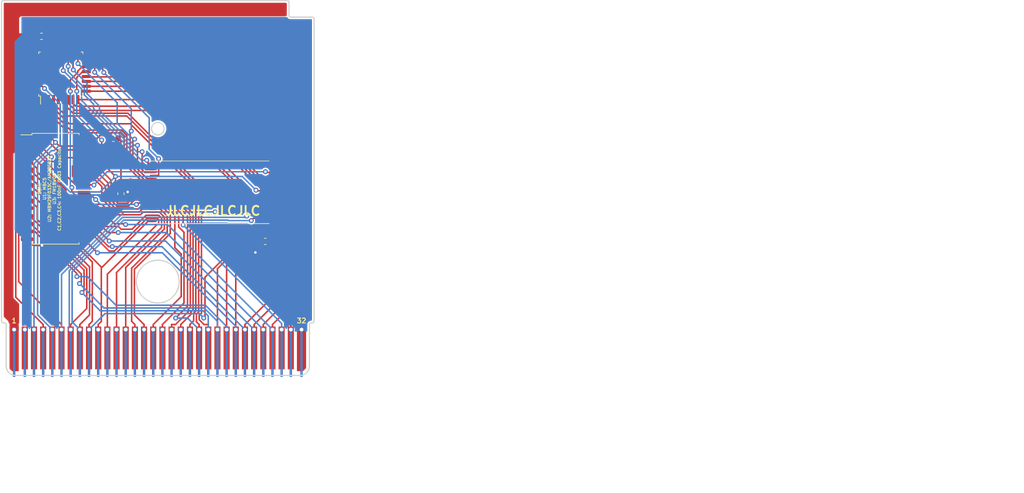
<source format=kicad_pcb>
(kicad_pcb (version 20171130) (host pcbnew "(5.1.6)-1")

  (general
    (thickness 1.6)
    (drawings 36)
    (tracks 658)
    (zones 0)
    (modules 10)
    (nets 49)
  )

  (page A4)
  (layers
    (0 F.Cu signal)
    (31 B.Cu signal)
    (32 B.Adhes user)
    (33 F.Adhes user)
    (34 B.Paste user)
    (35 F.Paste user)
    (36 B.SilkS user)
    (37 F.SilkS user)
    (38 B.Mask user)
    (39 F.Mask user)
    (40 Dwgs.User user)
    (41 Cmts.User user)
    (42 Eco1.User user)
    (43 Eco2.User user)
    (44 Edge.Cuts user)
    (45 Margin user)
    (46 B.CrtYd user)
    (47 F.CrtYd user)
    (48 B.Fab user)
    (49 F.Fab user)
  )

  (setup
    (last_trace_width 0.25)
    (trace_clearance 0.2)
    (zone_clearance 0.254)
    (zone_45_only no)
    (trace_min 0.2)
    (via_size 0.8)
    (via_drill 0.4)
    (via_min_size 0.4)
    (via_min_drill 0.3)
    (uvia_size 0.3)
    (uvia_drill 0.1)
    (uvias_allowed no)
    (uvia_min_size 0.2)
    (uvia_min_drill 0.1)
    (edge_width 0.05)
    (segment_width 0.2)
    (pcb_text_width 0.3)
    (pcb_text_size 1.5 1.5)
    (mod_edge_width 0.12)
    (mod_text_size 1 1)
    (mod_text_width 0.15)
    (pad_size 1.524 1.524)
    (pad_drill 0.762)
    (pad_to_mask_clearance 0.05)
    (aux_axis_origin 0 0)
    (visible_elements 7FFFFFFF)
    (pcbplotparams
      (layerselection 0x010fc_ffffffff)
      (usegerberextensions false)
      (usegerberattributes true)
      (usegerberadvancedattributes true)
      (creategerberjobfile true)
      (excludeedgelayer true)
      (linewidth 0.100000)
      (plotframeref false)
      (viasonmask false)
      (mode 1)
      (useauxorigin false)
      (hpglpennumber 1)
      (hpglpenspeed 20)
      (hpglpendiameter 15.000000)
      (psnegative false)
      (psa4output false)
      (plotreference true)
      (plotvalue true)
      (plotinvisibletext false)
      (padsonsilk false)
      (subtractmaskfromsilk false)
      (outputformat 1)
      (mirror false)
      (drillshape 0)
      (scaleselection 1)
      (outputdirectory "Gerbers/"))
  )

  (net 0 "")
  (net 1 GND)
  (net 2 +5V)
  (net 3 WE_AUD)
  (net 4 RST)
  (net 5 D7)
  (net 6 D6)
  (net 7 D5)
  (net 8 D4)
  (net 9 D3)
  (net 10 D2)
  (net 11 D1)
  (net 12 D0)
  (net 13 A15)
  (net 14 A14)
  (net 15 A13)
  (net 16 A12)
  (net 17 A11)
  (net 18 A10)
  (net 19 A9)
  (net 20 A8)
  (net 21 A7)
  (net 22 A6)
  (net 23 A5)
  (net 24 A4)
  (net 25 A3)
  (net 26 A2)
  (net 27 A1)
  (net 28 A0)
  (net 29 CS)
  (net 30 RD)
  (net 31 WR)
  (net 32 CLK)
  (net 33 AA13)
  (net 34 AA14)
  (net 35 "Net-(U1-Pad27)")
  (net 36 "Net-(U1-Pad26)")
  (net 37 "Net-(U1-Pad25)")
  (net 38 RA21)
  (net 39 RA20)
  (net 40 RA18)
  (net 41 RA17)
  (net 42 RA16)
  (net 43 RA15)
  (net 44 RA14)
  (net 45 RAMCS)
  (net 46 RA19)
  (net 47 "Net-(U2-Pad11)")
  (net 48 "Net-(U2-Pad36)")

  (net_class Default "This is the default net class."
    (clearance 0.2)
    (trace_width 0.25)
    (via_dia 0.8)
    (via_drill 0.4)
    (uvia_dia 0.3)
    (uvia_drill 0.1)
    (add_net +5V)
    (add_net A0)
    (add_net A1)
    (add_net A10)
    (add_net A11)
    (add_net A12)
    (add_net A13)
    (add_net A14)
    (add_net A15)
    (add_net A2)
    (add_net A3)
    (add_net A4)
    (add_net A5)
    (add_net A6)
    (add_net A7)
    (add_net A8)
    (add_net A9)
    (add_net AA13)
    (add_net AA14)
    (add_net CLK)
    (add_net CS)
    (add_net D0)
    (add_net D1)
    (add_net D2)
    (add_net D3)
    (add_net D4)
    (add_net D5)
    (add_net D6)
    (add_net D7)
    (add_net GND)
    (add_net "Net-(U1-Pad25)")
    (add_net "Net-(U1-Pad26)")
    (add_net "Net-(U1-Pad27)")
    (add_net "Net-(U2-Pad11)")
    (add_net "Net-(U2-Pad36)")
    (add_net RA14)
    (add_net RA15)
    (add_net RA16)
    (add_net RA17)
    (add_net RA18)
    (add_net RA19)
    (add_net RA20)
    (add_net RA21)
    (add_net RAMCS)
    (add_net RD)
    (add_net RST)
    (add_net WE_AUD)
    (add_net WR)
  )

  (module "" (layer F.Cu) (tedit 0) (tstamp 0)
    (at 124.953 68.9889)
    (fp_text reference "" (at 157.30474 68.26758) (layer F.SilkS)
      (effects (font (size 1.27 1.27) (thickness 0.15)))
    )
    (fp_text value "" (at 157.30474 68.26758) (layer F.SilkS)
      (effects (font (size 1.27 1.27) (thickness 0.15)))
    )
    (fp_text user U1 (at 151.45488 67.34306) (layer F.SilkS) hide
      (effects (font (size 1 1) (thickness 0.15)))
    )
  )

  (module "" (layer F.Cu) (tedit 0) (tstamp 0)
    (at 115.43538 109.21746)
    (fp_text reference "" (at 0 0) (layer F.SilkS)
      (effects (font (size 1.27 1.27) (thickness 0.15)))
    )
    (fp_text value "" (at 0 0) (layer F.SilkS)
      (effects (font (size 1.27 1.27) (thickness 0.15)))
    )
    (fp_poly (pts (xy 50.4 9.65) (xy 0.6 9.65) (xy 0.6 2.4) (xy 50.4 2.4)) (layer F.Mask) (width 0))
  )

  (module Package_SO:TSOP-I-40_18.4x10mm_P0.5mm (layer F.Cu) (tedit 60A5631A) (tstamp 60A60F7F)
    (at 149.822 87.3277)
    (descr "TSOP I, 40 pins, 18.4x8mm body (https://www.micron.com/~/media/documents/products/technical-note/nor-flash/tn1225_land_pad_design.pdf)")
    (tags "TSOP I 40")
    (path /60A56106)
    (attr smd)
    (fp_text reference U2 (at 0 -5) (layer F.SilkS) hide
      (effects (font (size 1 1) (thickness 0.15)))
    )
    (fp_text value MBM29F033C (at 0 7) (layer F.Fab)
      (effects (font (size 1 1) (thickness 0.15)))
    )
    (fp_line (start -10.55 6.25) (end -10.55 -4.25) (layer F.CrtYd) (width 0.05))
    (fp_line (start 10.55 6.25) (end -10.55 6.25) (layer F.CrtYd) (width 0.05))
    (fp_line (start 10.55 -4.25) (end 10.55 6.25) (layer F.CrtYd) (width 0.05))
    (fp_line (start -10.55 -4.25) (end 10.55 -4.25) (layer F.CrtYd) (width 0.05))
    (fp_line (start -9.2 6.12) (end 9.2 6.12) (layer F.SilkS) (width 0.12))
    (fp_line (start 9.2 -4.12) (end -10.2 -4.12) (layer F.SilkS) (width 0.1))
    (fp_line (start -8.2 -4) (end -9.2 -3) (layer F.Fab) (width 0.1))
    (fp_line (start 9.2 -4) (end 9.2 6) (layer F.Fab) (width 0.1))
    (fp_line (start 9.2 6) (end -9.2 6) (layer F.Fab) (width 0.1))
    (fp_line (start -9.2 6) (end -9.2 -3) (layer F.Fab) (width 0.1))
    (fp_line (start -8.2 -4) (end 9.2 -4) (layer F.Fab) (width 0.1))
    (fp_text user %R (at 0 0) (layer F.Fab)
      (effects (font (size 1 1) (thickness 0.15)))
    )
    (pad 40 smd rect (at 9.75 -3.75) (size 1.1 0.25) (layers F.Cu F.Paste F.Mask)
      (net 39 RA20))
    (pad 39 smd rect (at 9.75 -3.25) (size 1.1 0.25) (layers F.Cu F.Paste F.Mask)
      (net 38 RA21))
    (pad 38 smd rect (at 9.75 -2.75) (size 1.1 0.25) (layers F.Cu F.Paste F.Mask)
      (net 3 WE_AUD))
    (pad 37 smd rect (at 9.75 -2.25) (size 1.1 0.25) (layers F.Cu F.Paste F.Mask)
      (net 30 RD))
    (pad 36 smd rect (at 9.75 -1.75) (size 1.1 0.25) (layers F.Cu F.Paste F.Mask)
      (net 48 "Net-(U2-Pad36)"))
    (pad 35 smd rect (at 9.75 -1.25) (size 1.1 0.25) (layers F.Cu F.Paste F.Mask)
      (net 5 D7))
    (pad 34 smd rect (at 9.75 -0.75) (size 1.1 0.25) (layers F.Cu F.Paste F.Mask)
      (net 6 D6))
    (pad 33 smd rect (at 9.75 -0.25) (size 1.1 0.25) (layers F.Cu F.Paste F.Mask)
      (net 7 D5))
    (pad 32 smd rect (at 9.75 0.25) (size 1.1 0.25) (layers F.Cu F.Paste F.Mask)
      (net 8 D4))
    (pad 31 smd rect (at 9.75 0.75) (size 1.1 0.25) (layers F.Cu F.Paste F.Mask)
      (net 2 +5V))
    (pad 30 smd rect (at 9.75 1.25) (size 1.1 0.25) (layers F.Cu F.Paste F.Mask)
      (net 1 GND))
    (pad 29 smd rect (at 9.75 1.75) (size 1.1 0.25) (layers F.Cu F.Paste F.Mask)
      (net 1 GND))
    (pad 28 smd rect (at 9.75 2.25) (size 1.1 0.25) (layers F.Cu F.Paste F.Mask)
      (net 9 D3))
    (pad 27 smd rect (at 9.75 2.75) (size 1.1 0.25) (layers F.Cu F.Paste F.Mask)
      (net 10 D2))
    (pad 26 smd rect (at 9.75 3.25) (size 1.1 0.25) (layers F.Cu F.Paste F.Mask)
      (net 11 D1))
    (pad 25 smd rect (at 9.75 3.75) (size 1.1 0.25) (layers F.Cu F.Paste F.Mask)
      (net 12 D0))
    (pad 24 smd rect (at 9.75 4.25) (size 1.1 0.25) (layers F.Cu F.Paste F.Mask)
      (net 28 A0))
    (pad 23 smd rect (at 9.75 4.75) (size 1.1 0.25) (layers F.Cu F.Paste F.Mask)
      (net 27 A1))
    (pad 22 smd rect (at 9.75 5.25) (size 1.1 0.25) (layers F.Cu F.Paste F.Mask)
      (net 26 A2))
    (pad 21 smd rect (at 9.75 5.75) (size 1.1 0.25) (layers F.Cu F.Paste F.Mask)
      (net 25 A3))
    (pad 20 smd rect (at -9.75 5.75) (size 1.1 0.25) (layers F.Cu F.Paste F.Mask)
      (net 24 A4))
    (pad 19 smd rect (at -9.75 5.25) (size 1.1 0.25) (layers F.Cu F.Paste F.Mask)
      (net 23 A5))
    (pad 18 smd rect (at -9.75 4.75) (size 1.1 0.25) (layers F.Cu F.Paste F.Mask)
      (net 22 A6))
    (pad 17 smd rect (at -9.75 4.25) (size 1.1 0.25) (layers F.Cu F.Paste F.Mask)
      (net 21 A7))
    (pad 16 smd rect (at -9.75 3.75) (size 1.1 0.25) (layers F.Cu F.Paste F.Mask)
      (net 20 A8))
    (pad 15 smd rect (at -9.75 3.25) (size 1.1 0.25) (layers F.Cu F.Paste F.Mask)
      (net 19 A9))
    (pad 14 smd rect (at -9.75 2.75) (size 1.1 0.25) (layers F.Cu F.Paste F.Mask)
      (net 18 A10))
    (pad 13 smd rect (at -9.75 2.25) (size 1.1 0.25) (layers F.Cu F.Paste F.Mask)
      (net 17 A11))
    (pad 12 smd rect (at -9.75 1.75) (size 1.1 0.25) (layers F.Cu F.Paste F.Mask)
      (net 4 RST))
    (pad 11 smd rect (at -9.75 1.25) (size 1.1 0.25) (layers F.Cu F.Paste F.Mask)
      (net 47 "Net-(U2-Pad11)"))
    (pad 10 smd rect (at -9.75 0.75) (size 1.1 0.25) (layers F.Cu F.Paste F.Mask)
      (net 2 +5V))
    (pad 9 smd rect (at -9.75 0.25) (size 1.1 0.25) (layers F.Cu F.Paste F.Mask)
      (net 13 A15))
    (pad 8 smd rect (at -9.75 -0.25) (size 1.1 0.25) (layers F.Cu F.Paste F.Mask)
      (net 16 A12))
    (pad 7 smd rect (at -9.75 -0.75) (size 1.1 0.25) (layers F.Cu F.Paste F.Mask)
      (net 15 A13))
    (pad 6 smd rect (at -9.75 -1.25) (size 1.1 0.25) (layers F.Cu F.Paste F.Mask)
      (net 44 RA14))
    (pad 5 smd rect (at -9.75 -1.75) (size 1.1 0.25) (layers F.Cu F.Paste F.Mask)
      (net 43 RA15))
    (pad 4 smd rect (at -9.75 -2.25) (size 1.1 0.25) (layers F.Cu F.Paste F.Mask)
      (net 42 RA16))
    (pad 3 smd rect (at -9.75 -2.75) (size 1.1 0.25) (layers F.Cu F.Paste F.Mask)
      (net 41 RA17))
    (pad 2 smd rect (at -9.75 -3.25) (size 1.1 0.25) (layers F.Cu F.Paste F.Mask)
      (net 40 RA18))
    (pad 1 smd rect (at -9.75 -3.75) (size 1.1 0.25) (layers F.Cu F.Paste F.Mask)
      (net 46 RA19))
    (model ${KISYS3DMOD}/Package_SO.3dshapes/TSOP-I-48_18.4x12mm_P0.5mm.wrl
      (at (xyz 0 0 0))
      (scale (xyz 1 1 1))
      (rotate (xyz 0 0 0))
    )
  )

  (module Package_SO:SOIC-28W_7.5x17.9mm_P1.27mm (layer F.Cu) (tedit 5D9F72B1) (tstamp 60A5E5A5)
    (at 124.082 87.7418)
    (descr "SOIC, 28 Pin (JEDEC MS-013AE, https://www.analog.com/media/en/package-pcb-resources/package/35833120341221rw_28.pdf), generated with kicad-footprint-generator ipc_gullwing_generator.py")
    (tags "SOIC SO")
    (path /60A56AED)
    (attr smd)
    (fp_text reference U3 (at -0.94026 -10.31498 135) (layer F.SilkS) hide
      (effects (font (size 1 1) (thickness 0.15)))
    )
    (fp_text value FM18W08 (at 0 9.9) (layer F.Fab)
      (effects (font (size 1 1) (thickness 0.15)))
    )
    (fp_line (start 5.93 -9.2) (end -5.93 -9.2) (layer F.CrtYd) (width 0.05))
    (fp_line (start 5.93 9.2) (end 5.93 -9.2) (layer F.CrtYd) (width 0.05))
    (fp_line (start -5.93 9.2) (end 5.93 9.2) (layer F.CrtYd) (width 0.05))
    (fp_line (start -5.93 -9.2) (end -5.93 9.2) (layer F.CrtYd) (width 0.05))
    (fp_line (start -3.75 -7.95) (end -2.75 -8.95) (layer F.Fab) (width 0.1))
    (fp_line (start -3.75 8.95) (end -3.75 -7.95) (layer F.Fab) (width 0.1))
    (fp_line (start 3.75 8.95) (end -3.75 8.95) (layer F.Fab) (width 0.1))
    (fp_line (start 3.75 -8.95) (end 3.75 8.95) (layer F.Fab) (width 0.1))
    (fp_line (start -2.75 -8.95) (end 3.75 -8.95) (layer F.Fab) (width 0.1))
    (fp_line (start -3.86 -8.815) (end -5.675 -8.815) (layer F.SilkS) (width 0.12))
    (fp_line (start -3.86 -9.06) (end -3.86 -8.815) (layer F.SilkS) (width 0.12))
    (fp_line (start 0 -9.06) (end -3.86 -9.06) (layer F.SilkS) (width 0.12))
    (fp_line (start 3.86 -9.06) (end 3.86 -8.815) (layer F.SilkS) (width 0.12))
    (fp_line (start 0 -9.06) (end 3.86 -9.06) (layer F.SilkS) (width 0.12))
    (fp_line (start -3.86 9.06) (end -3.86 8.815) (layer F.SilkS) (width 0.12))
    (fp_line (start 0 9.06) (end -3.86 9.06) (layer F.SilkS) (width 0.12))
    (fp_line (start 3.86 9.06) (end 3.86 8.815) (layer F.SilkS) (width 0.12))
    (fp_line (start 0 9.06) (end 3.86 9.06) (layer F.SilkS) (width 0.12))
    (fp_text user %R (at 0 0) (layer F.Fab)
      (effects (font (size 1 1) (thickness 0.15)))
    )
    (pad 1 smd roundrect (at -4.65 -8.255) (size 2.05 0.6) (layers F.Cu F.Paste F.Mask) (roundrect_rratio 0.25)
      (net 34 AA14))
    (pad 2 smd roundrect (at -4.65 -6.985) (size 2.05 0.6) (layers F.Cu F.Paste F.Mask) (roundrect_rratio 0.25)
      (net 16 A12))
    (pad 3 smd roundrect (at -4.65 -5.715) (size 2.05 0.6) (layers F.Cu F.Paste F.Mask) (roundrect_rratio 0.25)
      (net 21 A7))
    (pad 4 smd roundrect (at -4.65 -4.445) (size 2.05 0.6) (layers F.Cu F.Paste F.Mask) (roundrect_rratio 0.25)
      (net 22 A6))
    (pad 5 smd roundrect (at -4.65 -3.175) (size 2.05 0.6) (layers F.Cu F.Paste F.Mask) (roundrect_rratio 0.25)
      (net 23 A5))
    (pad 6 smd roundrect (at -4.65 -1.905) (size 2.05 0.6) (layers F.Cu F.Paste F.Mask) (roundrect_rratio 0.25)
      (net 24 A4))
    (pad 7 smd roundrect (at -4.65 -0.635) (size 2.05 0.6) (layers F.Cu F.Paste F.Mask) (roundrect_rratio 0.25)
      (net 25 A3))
    (pad 8 smd roundrect (at -4.65 0.635) (size 2.05 0.6) (layers F.Cu F.Paste F.Mask) (roundrect_rratio 0.25)
      (net 26 A2))
    (pad 9 smd roundrect (at -4.65 1.905) (size 2.05 0.6) (layers F.Cu F.Paste F.Mask) (roundrect_rratio 0.25)
      (net 27 A1))
    (pad 10 smd roundrect (at -4.65 3.175) (size 2.05 0.6) (layers F.Cu F.Paste F.Mask) (roundrect_rratio 0.25)
      (net 28 A0))
    (pad 11 smd roundrect (at -4.65 4.445) (size 2.05 0.6) (layers F.Cu F.Paste F.Mask) (roundrect_rratio 0.25)
      (net 12 D0))
    (pad 12 smd roundrect (at -4.65 5.715) (size 2.05 0.6) (layers F.Cu F.Paste F.Mask) (roundrect_rratio 0.25)
      (net 11 D1))
    (pad 13 smd roundrect (at -4.65 6.985) (size 2.05 0.6) (layers F.Cu F.Paste F.Mask) (roundrect_rratio 0.25)
      (net 10 D2))
    (pad 14 smd roundrect (at -4.65 8.255) (size 2.05 0.6) (layers F.Cu F.Paste F.Mask) (roundrect_rratio 0.25)
      (net 1 GND))
    (pad 15 smd roundrect (at 4.65 8.255) (size 2.05 0.6) (layers F.Cu F.Paste F.Mask) (roundrect_rratio 0.25)
      (net 9 D3))
    (pad 16 smd roundrect (at 4.65 6.985) (size 2.05 0.6) (layers F.Cu F.Paste F.Mask) (roundrect_rratio 0.25)
      (net 8 D4))
    (pad 17 smd roundrect (at 4.65 5.715) (size 2.05 0.6) (layers F.Cu F.Paste F.Mask) (roundrect_rratio 0.25)
      (net 7 D5))
    (pad 18 smd roundrect (at 4.65 4.445) (size 2.05 0.6) (layers F.Cu F.Paste F.Mask) (roundrect_rratio 0.25)
      (net 6 D6))
    (pad 19 smd roundrect (at 4.65 3.175) (size 2.05 0.6) (layers F.Cu F.Paste F.Mask) (roundrect_rratio 0.25)
      (net 5 D7))
    (pad 20 smd roundrect (at 4.65 1.905) (size 2.05 0.6) (layers F.Cu F.Paste F.Mask) (roundrect_rratio 0.25)
      (net 45 RAMCS))
    (pad 21 smd roundrect (at 4.65 0.635) (size 2.05 0.6) (layers F.Cu F.Paste F.Mask) (roundrect_rratio 0.25)
      (net 18 A10))
    (pad 22 smd roundrect (at 4.65 -0.635) (size 2.05 0.6) (layers F.Cu F.Paste F.Mask) (roundrect_rratio 0.25)
      (net 30 RD))
    (pad 23 smd roundrect (at 4.65 -1.905) (size 2.05 0.6) (layers F.Cu F.Paste F.Mask) (roundrect_rratio 0.25)
      (net 17 A11))
    (pad 24 smd roundrect (at 4.65 -3.175) (size 2.05 0.6) (layers F.Cu F.Paste F.Mask) (roundrect_rratio 0.25)
      (net 19 A9))
    (pad 25 smd roundrect (at 4.65 -4.445) (size 2.05 0.6) (layers F.Cu F.Paste F.Mask) (roundrect_rratio 0.25)
      (net 20 A8))
    (pad 26 smd roundrect (at 4.65 -5.715) (size 2.05 0.6) (layers F.Cu F.Paste F.Mask) (roundrect_rratio 0.25)
      (net 33 AA13))
    (pad 27 smd roundrect (at 4.65 -6.985) (size 2.05 0.6) (layers F.Cu F.Paste F.Mask) (roundrect_rratio 0.25)
      (net 31 WR))
    (pad 28 smd roundrect (at 4.65 -8.255) (size 2.05 0.6) (layers F.Cu F.Paste F.Mask) (roundrect_rratio 0.25)
      (net 2 +5V))
    (model ${KISYS3DMOD}/Package_SO.3dshapes/SOIC-28W_7.5x17.9mm_P1.27mm.wrl
      (at (xyz 0 0 0))
      (scale (xyz 1 1 1))
      (rotate (xyz 0 0 0))
    )
  )

  (module Package_QFP:LQFP-32_7x7mm_P0.8mm (layer F.Cu) (tedit 5D9F72AF) (tstamp 60A5E53A)
    (at 124.953 68.9889 90)
    (descr "LQFP, 32 Pin (https://www.nxp.com/docs/en/package-information/SOT358-1.pdf), generated with kicad-footprint-generator ipc_gullwing_generator.py")
    (tags "LQFP QFP")
    (path /60A553CC)
    (attr smd)
    (fp_text reference U1 (at 0.92452 -5.84986 90) (layer F.SilkS) hide
      (effects (font (size 1 1) (thickness 0.15)))
    )
    (fp_text value MBC5 (at 0 5.88 90) (layer F.Fab)
      (effects (font (size 1 1) (thickness 0.15)))
    )
    (fp_line (start 3.31 3.61) (end 3.61 3.61) (layer F.SilkS) (width 0.12))
    (fp_line (start 3.61 3.61) (end 3.61 3.31) (layer F.SilkS) (width 0.12))
    (fp_line (start -3.31 3.61) (end -3.61 3.61) (layer F.SilkS) (width 0.12))
    (fp_line (start -3.61 3.61) (end -3.61 3.31) (layer F.SilkS) (width 0.12))
    (fp_line (start 3.31 -3.61) (end 3.61 -3.61) (layer F.SilkS) (width 0.12))
    (fp_line (start 3.61 -3.61) (end 3.61 -3.31) (layer F.SilkS) (width 0.12))
    (fp_line (start -3.31 -3.61) (end -3.61 -3.61) (layer F.SilkS) (width 0.12))
    (fp_line (start -3.61 -3.61) (end -3.61 -3.31) (layer F.SilkS) (width 0.12))
    (fp_line (start -3.61 -3.31) (end -4.925 -3.31) (layer F.SilkS) (width 0.12))
    (fp_line (start -2.5 -3.5) (end 3.5 -3.5) (layer F.Fab) (width 0.1))
    (fp_line (start 3.5 -3.5) (end 3.5 3.5) (layer F.Fab) (width 0.1))
    (fp_line (start 3.5 3.5) (end -3.5 3.5) (layer F.Fab) (width 0.1))
    (fp_line (start -3.5 3.5) (end -3.5 -2.5) (layer F.Fab) (width 0.1))
    (fp_line (start -3.5 -2.5) (end -2.5 -3.5) (layer F.Fab) (width 0.1))
    (fp_line (start 0 -5.18) (end -3.3 -5.18) (layer F.CrtYd) (width 0.05))
    (fp_line (start -3.3 -5.18) (end -3.3 -3.75) (layer F.CrtYd) (width 0.05))
    (fp_line (start -3.3 -3.75) (end -3.75 -3.75) (layer F.CrtYd) (width 0.05))
    (fp_line (start -3.75 -3.75) (end -3.75 -3.3) (layer F.CrtYd) (width 0.05))
    (fp_line (start -3.75 -3.3) (end -5.18 -3.3) (layer F.CrtYd) (width 0.05))
    (fp_line (start -5.18 -3.3) (end -5.18 0) (layer F.CrtYd) (width 0.05))
    (fp_line (start 0 -5.18) (end 3.3 -5.18) (layer F.CrtYd) (width 0.05))
    (fp_line (start 3.3 -5.18) (end 3.3 -3.75) (layer F.CrtYd) (width 0.05))
    (fp_line (start 3.3 -3.75) (end 3.75 -3.75) (layer F.CrtYd) (width 0.05))
    (fp_line (start 3.75 -3.75) (end 3.75 -3.3) (layer F.CrtYd) (width 0.05))
    (fp_line (start 3.75 -3.3) (end 5.18 -3.3) (layer F.CrtYd) (width 0.05))
    (fp_line (start 5.18 -3.3) (end 5.18 0) (layer F.CrtYd) (width 0.05))
    (fp_line (start 0 5.18) (end -3.3 5.18) (layer F.CrtYd) (width 0.05))
    (fp_line (start -3.3 5.18) (end -3.3 3.75) (layer F.CrtYd) (width 0.05))
    (fp_line (start -3.3 3.75) (end -3.75 3.75) (layer F.CrtYd) (width 0.05))
    (fp_line (start -3.75 3.75) (end -3.75 3.3) (layer F.CrtYd) (width 0.05))
    (fp_line (start -3.75 3.3) (end -5.18 3.3) (layer F.CrtYd) (width 0.05))
    (fp_line (start -5.18 3.3) (end -5.18 0) (layer F.CrtYd) (width 0.05))
    (fp_line (start 0 5.18) (end 3.3 5.18) (layer F.CrtYd) (width 0.05))
    (fp_line (start 3.3 5.18) (end 3.3 3.75) (layer F.CrtYd) (width 0.05))
    (fp_line (start 3.3 3.75) (end 3.75 3.75) (layer F.CrtYd) (width 0.05))
    (fp_line (start 3.75 3.75) (end 3.75 3.3) (layer F.CrtYd) (width 0.05))
    (fp_line (start 3.75 3.3) (end 5.18 3.3) (layer F.CrtYd) (width 0.05))
    (fp_line (start 5.18 3.3) (end 5.18 0) (layer F.CrtYd) (width 0.05))
    (fp_text user %R (at 0 0 90) (layer F.Fab)
      (effects (font (size 1 1) (thickness 0.15)))
    )
    (pad 32 smd roundrect (at -2.8 -4.175 90) (size 0.5 1.5) (layers F.Cu F.Paste F.Mask) (roundrect_rratio 0.25)
      (net 16 A12))
    (pad 31 smd roundrect (at -2 -4.175 90) (size 0.5 1.5) (layers F.Cu F.Paste F.Mask) (roundrect_rratio 0.25)
      (net 29 CS))
    (pad 30 smd roundrect (at -1.2 -4.175 90) (size 0.5 1.5) (layers F.Cu F.Paste F.Mask) (roundrect_rratio 0.25)
      (net 31 WR))
    (pad 29 smd roundrect (at -0.4 -4.175 90) (size 0.5 1.5) (layers F.Cu F.Paste F.Mask) (roundrect_rratio 0.25)
      (net 33 AA13))
    (pad 28 smd roundrect (at 0.4 -4.175 90) (size 0.5 1.5) (layers F.Cu F.Paste F.Mask) (roundrect_rratio 0.25)
      (net 34 AA14))
    (pad 27 smd roundrect (at 1.2 -4.175 90) (size 0.5 1.5) (layers F.Cu F.Paste F.Mask) (roundrect_rratio 0.25)
      (net 35 "Net-(U1-Pad27)"))
    (pad 26 smd roundrect (at 2 -4.175 90) (size 0.5 1.5) (layers F.Cu F.Paste F.Mask) (roundrect_rratio 0.25)
      (net 36 "Net-(U1-Pad26)"))
    (pad 25 smd roundrect (at 2.8 -4.175 90) (size 0.5 1.5) (layers F.Cu F.Paste F.Mask) (roundrect_rratio 0.25)
      (net 37 "Net-(U1-Pad25)"))
    (pad 24 smd roundrect (at 4.175 -2.8 90) (size 1.5 0.5) (layers F.Cu F.Paste F.Mask) (roundrect_rratio 0.25)
      (net 2 +5V))
    (pad 23 smd roundrect (at 4.175 -2 90) (size 1.5 0.5) (layers F.Cu F.Paste F.Mask) (roundrect_rratio 0.25)
      (net 1 GND))
    (pad 22 smd roundrect (at 4.175 -1.2 90) (size 1.5 0.5) (layers F.Cu F.Paste F.Mask) (roundrect_rratio 0.25)
      (net 38 RA21))
    (pad 21 smd roundrect (at 4.175 -0.4 90) (size 1.5 0.5) (layers F.Cu F.Paste F.Mask) (roundrect_rratio 0.25)
      (net 39 RA20))
    (pad 20 smd roundrect (at 4.175 0.4 90) (size 1.5 0.5) (layers F.Cu F.Paste F.Mask) (roundrect_rratio 0.25)
      (net 46 RA19))
    (pad 19 smd roundrect (at 4.175 1.2 90) (size 1.5 0.5) (layers F.Cu F.Paste F.Mask) (roundrect_rratio 0.25)
      (net 40 RA18))
    (pad 18 smd roundrect (at 4.175 2 90) (size 1.5 0.5) (layers F.Cu F.Paste F.Mask) (roundrect_rratio 0.25)
      (net 41 RA17))
    (pad 17 smd roundrect (at 4.175 2.8 90) (size 1.5 0.5) (layers F.Cu F.Paste F.Mask) (roundrect_rratio 0.25)
      (net 42 RA16))
    (pad 16 smd roundrect (at 2.8 4.175 90) (size 0.5 1.5) (layers F.Cu F.Paste F.Mask) (roundrect_rratio 0.25)
      (net 43 RA15))
    (pad 15 smd roundrect (at 2 4.175 90) (size 0.5 1.5) (layers F.Cu F.Paste F.Mask) (roundrect_rratio 0.25)
      (net 44 RA14))
    (pad 14 smd roundrect (at 1.2 4.175 90) (size 0.5 1.5) (layers F.Cu F.Paste F.Mask) (roundrect_rratio 0.25)
      (net 45 RAMCS))
    (pad 13 smd roundrect (at 0.4 4.175 90) (size 0.5 1.5) (layers F.Cu F.Paste F.Mask) (roundrect_rratio 0.25)
      (net 4 RST))
    (pad 12 smd roundrect (at -0.4 4.175 90) (size 0.5 1.5) (layers F.Cu F.Paste F.Mask) (roundrect_rratio 0.25)
      (net 5 D7))
    (pad 11 smd roundrect (at -1.2 4.175 90) (size 0.5 1.5) (layers F.Cu F.Paste F.Mask) (roundrect_rratio 0.25)
      (net 6 D6))
    (pad 10 smd roundrect (at -2 4.175 90) (size 0.5 1.5) (layers F.Cu F.Paste F.Mask) (roundrect_rratio 0.25)
      (net 7 D5))
    (pad 9 smd roundrect (at -2.8 4.175 90) (size 0.5 1.5) (layers F.Cu F.Paste F.Mask) (roundrect_rratio 0.25)
      (net 8 D4))
    (pad 8 smd roundrect (at -4.175 2.8 90) (size 1.5 0.5) (layers F.Cu F.Paste F.Mask) (roundrect_rratio 0.25)
      (net 9 D3))
    (pad 7 smd roundrect (at -4.175 2 90) (size 1.5 0.5) (layers F.Cu F.Paste F.Mask) (roundrect_rratio 0.25)
      (net 10 D2))
    (pad 6 smd roundrect (at -4.175 1.2 90) (size 1.5 0.5) (layers F.Cu F.Paste F.Mask) (roundrect_rratio 0.25)
      (net 11 D1))
    (pad 5 smd roundrect (at -4.175 0.4 90) (size 1.5 0.5) (layers F.Cu F.Paste F.Mask) (roundrect_rratio 0.25)
      (net 12 D0))
    (pad 4 smd roundrect (at -4.175 -0.4 90) (size 1.5 0.5) (layers F.Cu F.Paste F.Mask) (roundrect_rratio 0.25)
      (net 1 GND))
    (pad 3 smd roundrect (at -4.175 -1.2 90) (size 1.5 0.5) (layers F.Cu F.Paste F.Mask) (roundrect_rratio 0.25)
      (net 13 A15))
    (pad 2 smd roundrect (at -4.175 -2 90) (size 1.5 0.5) (layers F.Cu F.Paste F.Mask) (roundrect_rratio 0.25)
      (net 14 A14))
    (pad 1 smd roundrect (at -4.175 -2.8 90) (size 1.5 0.5) (layers F.Cu F.Paste F.Mask) (roundrect_rratio 0.25)
      (net 15 A13))
    (model ${KISYS3DMOD}/Package_QFP.3dshapes/LQFP-32_7x7mm_P0.8mm.wrl
      (at (xyz 0 0 0))
      (scale (xyz 1 1 1))
      (rotate (xyz 0 0 0))
    )
  )

  (module Connector_GameBoy:GameBoy_GamePak_CGB-002_P1.50mm_Edge (layer F.Cu) (tedit 5EDD5D38) (tstamp 60A5E4EF)
    (at 140.815 118.275)
    (descr "Game Boy Game Pak (CGB) edge connector")
    (tags "game boy game pak cgb gbc color edge connector")
    (path /60A5FE79)
    (fp_text reference J0 (at -22.05 -9.05) (layer F.Fab) hide
      (effects (font (size 1 1) (thickness 0.15)) (justify left))
    )
    (fp_text value CartBus (at 0 1.5) (layer F.Fab) hide
      (effects (font (size 1 1) (thickness 0.15)))
    )
    (fp_poly (pts (xy 21.95 0.25) (xy 21.55 0.25) (xy 21.55 -7.2) (xy 21.95 -7.2)) (layer B.Cu) (width 0))
    (fp_poly (pts (xy 20.45 0.25) (xy 20.05 0.25) (xy 20.05 -7.2) (xy 20.45 -7.2)) (layer B.Cu) (width 0))
    (fp_poly (pts (xy 18.95 0.25) (xy 18.55 0.25) (xy 18.55 -7.2) (xy 18.95 -7.2)) (layer B.Cu) (width 0))
    (fp_poly (pts (xy 17.45 0.25) (xy 17.05 0.25) (xy 17.05 -7.2) (xy 17.45 -7.2)) (layer B.Cu) (width 0))
    (fp_poly (pts (xy 15.95 0.25) (xy 15.55 0.25) (xy 15.55 -7.2) (xy 15.95 -7.2)) (layer B.Cu) (width 0))
    (fp_poly (pts (xy 14.45 0.25) (xy 14.05 0.25) (xy 14.05 -7.2) (xy 14.45 -7.2)) (layer B.Cu) (width 0))
    (fp_poly (pts (xy 12.95 0.25) (xy 12.55 0.25) (xy 12.55 -7.2) (xy 12.95 -7.2)) (layer B.Cu) (width 0))
    (fp_poly (pts (xy 11.45 0.25) (xy 11.05 0.25) (xy 11.05 -7.2) (xy 11.45 -7.2)) (layer B.Cu) (width 0))
    (fp_poly (pts (xy 9.95 0.25) (xy 9.55 0.25) (xy 9.55 -7.2) (xy 9.95 -7.2)) (layer B.Cu) (width 0))
    (fp_poly (pts (xy 8.45 0.25) (xy 8.05 0.25) (xy 8.05 -7.2) (xy 8.45 -7.2)) (layer B.Cu) (width 0))
    (fp_poly (pts (xy 6.95 0.25) (xy 6.55 0.25) (xy 6.55 -7.2) (xy 6.95 -7.2)) (layer B.Cu) (width 0))
    (fp_poly (pts (xy 5.45 0.25) (xy 5.05 0.25) (xy 5.05 -7.2) (xy 5.45 -7.2)) (layer B.Cu) (width 0))
    (fp_poly (pts (xy 3.95 0.25) (xy 3.55 0.25) (xy 3.55 -7.2) (xy 3.95 -7.2)) (layer B.Cu) (width 0))
    (fp_poly (pts (xy 2.45 0.25) (xy 2.05 0.25) (xy 2.05 -7.2) (xy 2.45 -7.2)) (layer B.Cu) (width 0))
    (fp_poly (pts (xy 0.95 0.25) (xy 0.55 0.25) (xy 0.55 -7.2) (xy 0.95 -7.2)) (layer B.Cu) (width 0))
    (fp_poly (pts (xy -0.55 0.25) (xy -0.95 0.25) (xy -0.95 -7.2) (xy -0.55 -7.2)) (layer B.Cu) (width 0))
    (fp_poly (pts (xy -2.05 0.25) (xy -2.45 0.25) (xy -2.45 -7.2) (xy -2.05 -7.2)) (layer B.Cu) (width 0))
    (fp_poly (pts (xy -3.55 0.25) (xy -3.95 0.25) (xy -3.95 -7.2) (xy -3.55 -7.2)) (layer B.Cu) (width 0))
    (fp_poly (pts (xy -5.05 0.25) (xy -5.45 0.25) (xy -5.45 -7.2) (xy -5.05 -7.2)) (layer B.Cu) (width 0))
    (fp_poly (pts (xy -6.55 0.25) (xy -6.95 0.25) (xy -6.95 -7.2) (xy -6.55 -7.2)) (layer B.Cu) (width 0))
    (fp_poly (pts (xy -8.05 0.25) (xy -8.45 0.25) (xy -8.45 -7.2) (xy -8.05 -7.2)) (layer B.Cu) (width 0))
    (fp_poly (pts (xy -9.55 0.25) (xy -9.95 0.25) (xy -9.95 -7.2) (xy -9.55 -7.2)) (layer B.Cu) (width 0))
    (fp_poly (pts (xy -11.05 0.25) (xy -11.45 0.25) (xy -11.45 -7.2) (xy -11.05 -7.2)) (layer B.Cu) (width 0))
    (fp_poly (pts (xy -12.55 0.25) (xy -12.95 0.25) (xy -12.95 -7.2) (xy -12.55 -7.2)) (layer B.Cu) (width 0))
    (fp_poly (pts (xy -14.05 0.25) (xy -14.45 0.25) (xy -14.45 -7.2) (xy -14.05 -7.2)) (layer B.Cu) (width 0))
    (fp_poly (pts (xy -15.55 0.25) (xy -15.95 0.25) (xy -15.95 -7.2) (xy -15.55 -7.2)) (layer B.Cu) (width 0))
    (fp_poly (pts (xy -17.05 0.25) (xy -17.45 0.25) (xy -17.45 -7.2) (xy -17.05 -7.2)) (layer B.Cu) (width 0))
    (fp_poly (pts (xy -18.55 0.25) (xy -18.95 0.25) (xy -18.95 -7.2) (xy -18.55 -7.2)) (layer B.Cu) (width 0))
    (fp_poly (pts (xy -20.05 0.25) (xy -20.45 0.25) (xy -20.45 -7.2) (xy -20.05 -7.2)) (layer B.Cu) (width 0))
    (fp_poly (pts (xy 23.7 0.25) (xy 23.3 0.25) (xy 23.3 -7.2) (xy 23.7 -7.2)) (layer B.Cu) (width 0))
    (fp_line (start -24.65 -1.5) (end -24.65 -8.7) (layer F.Fab) (width 0.05))
    (fp_line (start 24.85 -8.9) (end 25 -8.9) (layer F.Fab) (width 0.05))
    (fp_line (start -25 -8.9) (end -24.85 -8.9) (layer F.Fab) (width 0.05))
    (fp_line (start 24.65 -1.5) (end 24.65 -8.7) (layer F.Fab) (width 0.05))
    (fp_poly (pts (xy 24.9 0.25) (xy -24.9 0.25) (xy -24.9 -7) (xy 24.9 -7)) (layer F.Mask) (width 0))
    (fp_line (start -23.15 0) (end 23.15 0) (layer F.Fab) (width 0.05))
    (fp_poly (pts (xy -21.55 0.25) (xy -21.95 0.25) (xy -21.95 -7.2) (xy -21.55 -7.2)) (layer B.Cu) (width 0))
    (fp_poly (pts (xy -23.3 0.25) (xy -23.7 0.25) (xy -23.7 -7.2) (xy -23.3 -7.2)) (layer B.Cu) (width 0))
    (fp_arc (start 24.85 -8.7) (end 24.85 -8.9) (angle -90) (layer F.Fab) (width 0.05))
    (fp_arc (start 25 -9.4) (end 25 -8.9) (angle -90) (layer F.Fab) (width 0.05))
    (fp_arc (start -24.85 -8.7) (end -24.65 -8.7) (angle -90) (layer F.Fab) (width 0.05))
    (fp_arc (start -25 -9.4) (end -25.5 -9.4) (angle -90) (layer F.Fab) (width 0.05))
    (fp_text user 32 (at 23.5 -8.95) (layer F.SilkS)
      (effects (font (size 0.8 0.8) (thickness 0.15)))
    )
    (fp_arc (start 23.15 -1.5) (end 23.15 0) (angle -90) (layer F.Fab) (width 0.05))
    (fp_arc (start -23.15 -1.5) (end -24.65 -1.5) (angle -90) (layer F.Fab) (width 0.05))
    (fp_text user 1 (at -23.5 -8.95) (layer F.SilkS)
      (effects (font (size 0.8 0.8) (thickness 0.15)))
    )
    (pad 32 connect custom (at 23.5 -7.5) (size 0.8 0.8) (layers F.Cu)
      (net 1 GND) (zone_connect 0)
      (options (clearance outline) (anchor rect))
      (primitives
        (gr_poly (pts
           (xy -0.75 6.8) (xy -0.75 -0.5) (xy 0.75 -0.5) (xy 0.75 6.3) (xy 0.25 6.8)
) (width 0))
      ))
    (pad 1 connect custom (at -23.5 -7.5) (size 0.8 0.8) (layers F.Cu)
      (net 2 +5V) (zone_connect 0)
      (options (clearance outline) (anchor rect))
      (primitives
        (gr_poly (pts
           (xy -0.75 6.4) (xy -0.75 -0.5) (xy 0.75 -0.5) (xy 0.75 6.8) (xy -0.35 6.8)
) (width 0))
      ))
    (pad 31 thru_hole circle (at 21.75 -7.5) (size 0.8 0.8) (drill 0.6) (layers *.Cu *.Mask)
      (net 3 WE_AUD))
    (pad 30 thru_hole circle (at 20.25 -7.5) (size 0.8 0.8) (drill 0.6) (layers *.Cu *.Mask)
      (net 4 RST))
    (pad 29 thru_hole circle (at 18.75 -7.5) (size 0.8 0.8) (drill 0.6) (layers *.Cu *.Mask)
      (net 5 D7))
    (pad 28 thru_hole circle (at 17.25 -7.5) (size 0.8 0.8) (drill 0.6) (layers *.Cu *.Mask)
      (net 6 D6))
    (pad 27 thru_hole circle (at 15.75 -7.5) (size 0.8 0.8) (drill 0.6) (layers *.Cu *.Mask)
      (net 7 D5))
    (pad 26 thru_hole circle (at 14.25 -7.5) (size 0.8 0.8) (drill 0.6) (layers *.Cu *.Mask)
      (net 8 D4))
    (pad 25 thru_hole circle (at 12.75 -7.5) (size 0.8 0.8) (drill 0.6) (layers *.Cu *.Mask)
      (net 9 D3))
    (pad 24 thru_hole circle (at 11.25 -7.5) (size 0.8 0.8) (drill 0.6) (layers *.Cu *.Mask)
      (net 10 D2))
    (pad 23 thru_hole circle (at 9.75 -7.5) (size 0.8 0.8) (drill 0.6) (layers *.Cu *.Mask)
      (net 11 D1))
    (pad 22 thru_hole circle (at 8.25 -7.5) (size 0.8 0.8) (drill 0.6) (layers *.Cu *.Mask)
      (net 12 D0))
    (pad 21 thru_hole circle (at 6.75 -7.5) (size 0.8 0.8) (drill 0.6) (layers *.Cu *.Mask)
      (net 13 A15))
    (pad 20 thru_hole circle (at 5.25 -7.5) (size 0.8 0.8) (drill 0.6) (layers *.Cu *.Mask)
      (net 14 A14))
    (pad 19 thru_hole circle (at 3.75 -7.5) (size 0.8 0.8) (drill 0.6) (layers *.Cu *.Mask)
      (net 15 A13))
    (pad 18 thru_hole circle (at 2.25 -7.5) (size 0.8 0.8) (drill 0.6) (layers *.Cu *.Mask)
      (net 16 A12))
    (pad 17 thru_hole circle (at 0.75 -7.5) (size 0.8 0.8) (drill 0.6) (layers *.Cu *.Mask)
      (net 17 A11))
    (pad 16 thru_hole circle (at -0.75 -7.5) (size 0.8 0.8) (drill 0.6) (layers *.Cu *.Mask)
      (net 18 A10))
    (pad 15 thru_hole circle (at -2.25 -7.5) (size 0.8 0.8) (drill 0.6) (layers *.Cu *.Mask)
      (net 19 A9))
    (pad 14 thru_hole circle (at -3.75 -7.5) (size 0.8 0.8) (drill 0.6) (layers *.Cu *.Mask)
      (net 20 A8))
    (pad 13 thru_hole circle (at -5.25 -7.5) (size 0.8 0.8) (drill 0.6) (layers *.Cu *.Mask)
      (net 21 A7))
    (pad 12 thru_hole circle (at -6.75 -7.5) (size 0.8 0.8) (drill 0.6) (layers *.Cu *.Mask)
      (net 22 A6))
    (pad 11 thru_hole circle (at -8.25 -7.5) (size 0.8 0.8) (drill 0.6) (layers *.Cu *.Mask)
      (net 23 A5))
    (pad 10 thru_hole circle (at -9.75 -7.5) (size 0.8 0.8) (drill 0.6) (layers *.Cu *.Mask)
      (net 24 A4))
    (pad 9 thru_hole circle (at -11.25 -7.5) (size 0.8 0.8) (drill 0.6) (layers *.Cu *.Mask)
      (net 25 A3))
    (pad 8 thru_hole circle (at -12.75 -7.5) (size 0.8 0.8) (drill 0.6) (layers *.Cu *.Mask)
      (net 26 A2))
    (pad 7 thru_hole circle (at -14.25 -7.5) (size 0.8 0.8) (drill 0.6) (layers *.Cu *.Mask)
      (net 27 A1))
    (pad 6 thru_hole circle (at -15.75 -7.5) (size 0.8 0.8) (drill 0.6) (layers *.Cu *.Mask)
      (net 28 A0))
    (pad 5 thru_hole circle (at -17.25 -7.5) (size 0.8 0.8) (drill 0.6) (layers *.Cu *.Mask)
      (net 29 CS))
    (pad 4 thru_hole circle (at -18.75 -7.5) (size 0.8 0.8) (drill 0.6) (layers *.Cu *.Mask)
      (net 30 RD))
    (pad 3 thru_hole circle (at -20.25 -7.5) (size 0.8 0.8) (drill 0.6) (layers *.Cu *.Mask)
      (net 31 WR))
    (pad 31 connect custom (at 21.75 -7.5) (size 0.8 0.8) (layers F.Cu)
      (net 3 WE_AUD)
      (options (clearance outline) (anchor rect))
      (primitives
        (gr_poly (pts
           (xy 0.5 6.5) (xy -0.5 6.5) (xy -0.5 -0.5) (xy 0.5 -0.5)) (width 0))
      ))
    (pad 30 connect custom (at 20.25 -7.5) (size 0.8 0.8) (layers F.Cu)
      (net 4 RST)
      (options (clearance outline) (anchor rect))
      (primitives
        (gr_poly (pts
           (xy 0.5 6.5) (xy -0.5 6.5) (xy -0.5 -0.5) (xy 0.5 -0.5)) (width 0))
      ))
    (pad 29 connect custom (at 18.75 -7.5) (size 0.8 0.8) (layers F.Cu)
      (net 5 D7)
      (options (clearance outline) (anchor rect))
      (primitives
        (gr_poly (pts
           (xy 0.5 6.5) (xy -0.5 6.5) (xy -0.5 -0.5) (xy 0.5 -0.5)) (width 0))
      ))
    (pad 28 connect custom (at 17.25 -7.5) (size 0.8 0.8) (layers F.Cu)
      (net 6 D6)
      (options (clearance outline) (anchor rect))
      (primitives
        (gr_poly (pts
           (xy 0.5 6.5) (xy -0.5 6.5) (xy -0.5 -0.5) (xy 0.5 -0.5)) (width 0))
      ))
    (pad 27 connect custom (at 15.75 -7.5) (size 0.8 0.8) (layers F.Cu)
      (net 7 D5)
      (options (clearance outline) (anchor rect))
      (primitives
        (gr_poly (pts
           (xy 0.5 6.5) (xy -0.5 6.5) (xy -0.5 -0.5) (xy 0.5 -0.5)) (width 0))
      ))
    (pad 26 connect custom (at 14.25 -7.5) (size 0.8 0.8) (layers F.Cu)
      (net 8 D4)
      (options (clearance outline) (anchor rect))
      (primitives
        (gr_poly (pts
           (xy 0.5 6.5) (xy -0.5 6.5) (xy -0.5 -0.5) (xy 0.5 -0.5)) (width 0))
      ))
    (pad 25 connect custom (at 12.75 -7.5) (size 0.8 0.8) (layers F.Cu)
      (net 9 D3)
      (options (clearance outline) (anchor rect))
      (primitives
        (gr_poly (pts
           (xy 0.5 6.5) (xy -0.5 6.5) (xy -0.5 -0.5) (xy 0.5 -0.5)) (width 0))
      ))
    (pad 24 connect custom (at 11.25 -7.5) (size 0.8 0.8) (layers F.Cu)
      (net 10 D2)
      (options (clearance outline) (anchor rect))
      (primitives
        (gr_poly (pts
           (xy 0.5 6.5) (xy -0.5 6.5) (xy -0.5 -0.5) (xy 0.5 -0.5)) (width 0))
      ))
    (pad 23 connect custom (at 9.75 -7.5) (size 0.8 0.8) (layers F.Cu)
      (net 11 D1)
      (options (clearance outline) (anchor rect))
      (primitives
        (gr_poly (pts
           (xy 0.5 6.5) (xy -0.5 6.5) (xy -0.5 -0.5) (xy 0.5 -0.5)) (width 0))
      ))
    (pad 22 connect custom (at 8.25 -7.5) (size 0.8 0.8) (layers F.Cu)
      (net 12 D0)
      (options (clearance outline) (anchor rect))
      (primitives
        (gr_poly (pts
           (xy 0.5 6.5) (xy -0.5 6.5) (xy -0.5 -0.5) (xy 0.5 -0.5)) (width 0))
      ))
    (pad 21 connect custom (at 6.75 -7.5) (size 0.8 0.8) (layers F.Cu)
      (net 13 A15)
      (options (clearance outline) (anchor rect))
      (primitives
        (gr_poly (pts
           (xy 0.5 6.5) (xy -0.5 6.5) (xy -0.5 -0.5) (xy 0.5 -0.5)) (width 0))
      ))
    (pad 20 connect custom (at 5.25 -7.5) (size 0.8 0.8) (layers F.Cu)
      (net 14 A14)
      (options (clearance outline) (anchor rect))
      (primitives
        (gr_poly (pts
           (xy 0.5 6.5) (xy -0.5 6.5) (xy -0.5 -0.5) (xy 0.5 -0.5)) (width 0))
      ))
    (pad 19 connect custom (at 3.75 -7.5) (size 0.8 0.8) (layers F.Cu)
      (net 15 A13)
      (options (clearance outline) (anchor rect))
      (primitives
        (gr_poly (pts
           (xy 0.5 6.5) (xy -0.5 6.5) (xy -0.5 -0.5) (xy 0.5 -0.5)) (width 0))
      ))
    (pad 18 connect custom (at 2.25 -7.5) (size 0.8 0.8) (layers F.Cu)
      (net 16 A12)
      (options (clearance outline) (anchor rect))
      (primitives
        (gr_poly (pts
           (xy 0.5 6.5) (xy -0.5 6.5) (xy -0.5 -0.5) (xy 0.5 -0.5)) (width 0))
      ))
    (pad 17 connect custom (at 0.75 -7.5) (size 0.8 0.8) (layers F.Cu)
      (net 17 A11)
      (options (clearance outline) (anchor rect))
      (primitives
        (gr_poly (pts
           (xy 0.5 6.5) (xy -0.5 6.5) (xy -0.5 -0.5) (xy 0.5 -0.5)) (width 0))
      ))
    (pad 16 connect custom (at -0.75 -7.5) (size 0.8 0.8) (layers F.Cu)
      (net 18 A10)
      (options (clearance outline) (anchor rect))
      (primitives
        (gr_poly (pts
           (xy 0.5 6.5) (xy -0.5 6.5) (xy -0.5 -0.5) (xy 0.5 -0.5)) (width 0))
      ))
    (pad 15 connect custom (at -2.25 -7.5) (size 0.8 0.8) (layers F.Cu)
      (net 19 A9)
      (options (clearance outline) (anchor rect))
      (primitives
        (gr_poly (pts
           (xy 0.5 6.5) (xy -0.5 6.5) (xy -0.5 -0.5) (xy 0.5 -0.5)) (width 0))
      ))
    (pad 14 connect custom (at -3.75 -7.5) (size 0.8 0.8) (layers F.Cu)
      (net 20 A8)
      (options (clearance outline) (anchor rect))
      (primitives
        (gr_poly (pts
           (xy 0.5 6.5) (xy -0.5 6.5) (xy -0.5 -0.5) (xy 0.5 -0.5)) (width 0))
      ))
    (pad 13 connect custom (at -5.25 -7.5) (size 0.8 0.8) (layers F.Cu)
      (net 21 A7)
      (options (clearance outline) (anchor rect))
      (primitives
        (gr_poly (pts
           (xy 0.5 6.5) (xy -0.5 6.5) (xy -0.5 -0.5) (xy 0.5 -0.5)) (width 0))
      ))
    (pad 12 connect custom (at -6.75 -7.5) (size 0.8 0.8) (layers F.Cu)
      (net 22 A6)
      (options (clearance outline) (anchor rect))
      (primitives
        (gr_poly (pts
           (xy 0.5 6.5) (xy -0.5 6.5) (xy -0.5 -0.5) (xy 0.5 -0.5)) (width 0))
      ))
    (pad 11 connect custom (at -8.25 -7.5) (size 0.8 0.8) (layers F.Cu)
      (net 23 A5)
      (options (clearance outline) (anchor rect))
      (primitives
        (gr_poly (pts
           (xy 0.5 6.5) (xy -0.5 6.5) (xy -0.5 -0.5) (xy 0.5 -0.5)) (width 0))
      ))
    (pad 10 connect custom (at -9.75 -7.5) (size 0.8 0.8) (layers F.Cu)
      (net 24 A4)
      (options (clearance outline) (anchor rect))
      (primitives
        (gr_poly (pts
           (xy 0.5 6.5) (xy -0.5 6.5) (xy -0.5 -0.5) (xy 0.5 -0.5)) (width 0))
      ))
    (pad 9 connect custom (at -11.25 -7.5) (size 0.8 0.8) (layers F.Cu)
      (net 25 A3)
      (options (clearance outline) (anchor rect))
      (primitives
        (gr_poly (pts
           (xy 0.5 6.5) (xy -0.5 6.5) (xy -0.5 -0.5) (xy 0.5 -0.5)) (width 0))
      ))
    (pad 8 connect custom (at -12.75 -7.5) (size 0.8 0.8) (layers F.Cu)
      (net 26 A2)
      (options (clearance outline) (anchor rect))
      (primitives
        (gr_poly (pts
           (xy 0.5 6.5) (xy -0.5 6.5) (xy -0.5 -0.5) (xy 0.5 -0.5)) (width 0))
      ))
    (pad 7 connect custom (at -14.25 -7.5) (size 0.8 0.8) (layers F.Cu)
      (net 27 A1)
      (options (clearance outline) (anchor rect))
      (primitives
        (gr_poly (pts
           (xy 0.5 6.5) (xy -0.5 6.5) (xy -0.5 -0.5) (xy 0.5 -0.5)) (width 0))
      ))
    (pad 6 connect custom (at -15.75 -7.5) (size 0.8 0.8) (layers F.Cu)
      (net 28 A0)
      (options (clearance outline) (anchor rect))
      (primitives
        (gr_poly (pts
           (xy 0.5 6.5) (xy -0.5 6.5) (xy -0.5 -0.5) (xy 0.5 -0.5)) (width 0))
      ))
    (pad 5 connect custom (at -17.25 -7.5) (size 0.8 0.8) (layers F.Cu)
      (net 29 CS)
      (options (clearance outline) (anchor rect))
      (primitives
        (gr_poly (pts
           (xy 0.5 6.5) (xy -0.5 6.5) (xy -0.5 -0.5) (xy 0.5 -0.5)) (width 0))
      ))
    (pad 4 connect custom (at -18.75 -7.5) (size 0.8 0.8) (layers F.Cu)
      (net 30 RD)
      (options (clearance outline) (anchor rect))
      (primitives
        (gr_poly (pts
           (xy 0.5 6.5) (xy -0.5 6.5) (xy -0.5 -0.5) (xy 0.5 -0.5)) (width 0))
      ))
    (pad 3 connect custom (at -20.25 -7.5) (size 0.8 0.8) (layers F.Cu)
      (net 31 WR)
      (options (clearance outline) (anchor rect))
      (primitives
        (gr_poly (pts
           (xy 0.5 6.5) (xy -0.5 6.5) (xy -0.5 -0.5) (xy 0.5 -0.5)) (width 0))
      ))
    (pad 2 connect custom (at -21.75 -7.5) (size 0.8 0.8) (layers F.Cu)
      (net 32 CLK)
      (options (clearance outline) (anchor rect))
      (primitives
        (gr_poly (pts
           (xy 0.5 6.5) (xy -0.5 6.5) (xy -0.5 -0.5) (xy 0.5 -0.5)) (width 0))
      ))
    (pad 32 thru_hole circle (at 23.5 -7.5) (size 0.8 0.8) (drill 0.6) (layers *.Cu *.Mask)
      (net 1 GND))
    (pad 1 thru_hole circle (at -23.5 -7.5) (size 0.8 0.8) (drill 0.6) (layers *.Cu *.Mask)
      (net 2 +5V))
    (pad 2 thru_hole circle (at -21.75 -7.5) (size 0.8 0.8) (drill 0.6) (layers *.Cu *.Mask)
      (net 32 CLK))
  )

  (module Capacitor_SMD:C_0603_1608Metric (layer F.Cu) (tedit 5B301BBE) (tstamp 60A5E47D)
    (at 134.785 88.5596 90)
    (descr "Capacitor SMD 0603 (1608 Metric), square (rectangular) end terminal, IPC_7351 nominal, (Body size source: http://www.tortai-tech.com/upload/download/2011102023233369053.pdf), generated with kicad-footprint-generator")
    (tags capacitor)
    (path /60A7BBD4)
    (attr smd)
    (fp_text reference C4 (at 0 -1.43 90) (layer F.SilkS) hide
      (effects (font (size 1 1) (thickness 0.15)))
    )
    (fp_text value 100nF (at 0 1.43 90) (layer F.Fab)
      (effects (font (size 1 1) (thickness 0.15)))
    )
    (fp_line (start -0.8 0.4) (end -0.8 -0.4) (layer F.Fab) (width 0.1))
    (fp_line (start -0.8 -0.4) (end 0.8 -0.4) (layer F.Fab) (width 0.1))
    (fp_line (start 0.8 -0.4) (end 0.8 0.4) (layer F.Fab) (width 0.1))
    (fp_line (start 0.8 0.4) (end -0.8 0.4) (layer F.Fab) (width 0.1))
    (fp_line (start -0.162779 -0.51) (end 0.162779 -0.51) (layer F.SilkS) (width 0.12))
    (fp_line (start -0.162779 0.51) (end 0.162779 0.51) (layer F.SilkS) (width 0.12))
    (fp_line (start -1.48 0.73) (end -1.48 -0.73) (layer F.CrtYd) (width 0.05))
    (fp_line (start -1.48 -0.73) (end 1.48 -0.73) (layer F.CrtYd) (width 0.05))
    (fp_line (start 1.48 -0.73) (end 1.48 0.73) (layer F.CrtYd) (width 0.05))
    (fp_line (start 1.48 0.73) (end -1.48 0.73) (layer F.CrtYd) (width 0.05))
    (fp_text user %R (at 0 0 90) (layer F.Fab)
      (effects (font (size 0.4 0.4) (thickness 0.06)))
    )
    (pad 2 smd roundrect (at 0.7875 0 90) (size 0.875 0.95) (layers F.Cu F.Paste F.Mask) (roundrect_rratio 0.25)
      (net 1 GND))
    (pad 1 smd roundrect (at -0.7875 0 90) (size 0.875 0.95) (layers F.Cu F.Paste F.Mask) (roundrect_rratio 0.25)
      (net 2 +5V))
    (model ${KISYS3DMOD}/Capacitor_SMD.3dshapes/C_0603_1608Metric.wrl
      (at (xyz 0 0 0))
      (scale (xyz 1 1 1))
      (rotate (xyz 0 0 0))
    )
  )

  (module Capacitor_SMD:C_0603_1608Metric (layer F.Cu) (tedit 5B301BBE) (tstamp 60A5E46C)
    (at 158.374 96.3498 180)
    (descr "Capacitor SMD 0603 (1608 Metric), square (rectangular) end terminal, IPC_7351 nominal, (Body size source: http://www.tortai-tech.com/upload/download/2011102023233369053.pdf), generated with kicad-footprint-generator")
    (tags capacitor)
    (path /60A7CA9F)
    (attr smd)
    (fp_text reference C3 (at 0 -1.43) (layer F.SilkS) hide
      (effects (font (size 1 1) (thickness 0.15)))
    )
    (fp_text value 100nF (at 0 1.43) (layer F.Fab)
      (effects (font (size 1 1) (thickness 0.15)))
    )
    (fp_line (start -0.8 0.4) (end -0.8 -0.4) (layer F.Fab) (width 0.1))
    (fp_line (start -0.8 -0.4) (end 0.8 -0.4) (layer F.Fab) (width 0.1))
    (fp_line (start 0.8 -0.4) (end 0.8 0.4) (layer F.Fab) (width 0.1))
    (fp_line (start 0.8 0.4) (end -0.8 0.4) (layer F.Fab) (width 0.1))
    (fp_line (start -0.162779 -0.51) (end 0.162779 -0.51) (layer F.SilkS) (width 0.12))
    (fp_line (start -0.162779 0.51) (end 0.162779 0.51) (layer F.SilkS) (width 0.12))
    (fp_line (start -1.48 0.73) (end -1.48 -0.73) (layer F.CrtYd) (width 0.05))
    (fp_line (start -1.48 -0.73) (end 1.48 -0.73) (layer F.CrtYd) (width 0.05))
    (fp_line (start 1.48 -0.73) (end 1.48 0.73) (layer F.CrtYd) (width 0.05))
    (fp_line (start 1.48 0.73) (end -1.48 0.73) (layer F.CrtYd) (width 0.05))
    (fp_text user %R (at 0 0) (layer F.Fab)
      (effects (font (size 0.4 0.4) (thickness 0.06)))
    )
    (pad 2 smd roundrect (at 0.7875 0 180) (size 0.875 0.95) (layers F.Cu F.Paste F.Mask) (roundrect_rratio 0.25)
      (net 1 GND))
    (pad 1 smd roundrect (at -0.7875 0 180) (size 0.875 0.95) (layers F.Cu F.Paste F.Mask) (roundrect_rratio 0.25)
      (net 2 +5V))
    (model ${KISYS3DMOD}/Capacitor_SMD.3dshapes/C_0603_1608Metric.wrl
      (at (xyz 0 0 0))
      (scale (xyz 1 1 1))
      (rotate (xyz 0 0 0))
    )
  )

  (module Capacitor_SMD:C_0603_1608Metric (layer F.Cu) (tedit 5B301BBE) (tstamp 60A5E45B)
    (at 133.548 79.4868)
    (descr "Capacitor SMD 0603 (1608 Metric), square (rectangular) end terminal, IPC_7351 nominal, (Body size source: http://www.tortai-tech.com/upload/download/2011102023233369053.pdf), generated with kicad-footprint-generator")
    (tags capacitor)
    (path /60A8CA91)
    (attr smd)
    (fp_text reference C2 (at 0 -1.43) (layer F.SilkS) hide
      (effects (font (size 1 1) (thickness 0.15)))
    )
    (fp_text value 100nF (at 0 1.43) (layer F.Fab)
      (effects (font (size 1 1) (thickness 0.15)))
    )
    (fp_line (start -0.8 0.4) (end -0.8 -0.4) (layer F.Fab) (width 0.1))
    (fp_line (start -0.8 -0.4) (end 0.8 -0.4) (layer F.Fab) (width 0.1))
    (fp_line (start 0.8 -0.4) (end 0.8 0.4) (layer F.Fab) (width 0.1))
    (fp_line (start 0.8 0.4) (end -0.8 0.4) (layer F.Fab) (width 0.1))
    (fp_line (start -0.162779 -0.51) (end 0.162779 -0.51) (layer F.SilkS) (width 0.12))
    (fp_line (start -0.162779 0.51) (end 0.162779 0.51) (layer F.SilkS) (width 0.12))
    (fp_line (start -1.48 0.73) (end -1.48 -0.73) (layer F.CrtYd) (width 0.05))
    (fp_line (start -1.48 -0.73) (end 1.48 -0.73) (layer F.CrtYd) (width 0.05))
    (fp_line (start 1.48 -0.73) (end 1.48 0.73) (layer F.CrtYd) (width 0.05))
    (fp_line (start 1.48 0.73) (end -1.48 0.73) (layer F.CrtYd) (width 0.05))
    (fp_text user %R (at 0 0) (layer F.Fab)
      (effects (font (size 0.4 0.4) (thickness 0.06)))
    )
    (pad 2 smd roundrect (at 0.7875 0) (size 0.875 0.95) (layers F.Cu F.Paste F.Mask) (roundrect_rratio 0.25)
      (net 1 GND))
    (pad 1 smd roundrect (at -0.7875 0) (size 0.875 0.95) (layers F.Cu F.Paste F.Mask) (roundrect_rratio 0.25)
      (net 2 +5V))
    (model ${KISYS3DMOD}/Capacitor_SMD.3dshapes/C_0603_1608Metric.wrl
      (at (xyz 0 0 0))
      (scale (xyz 1 1 1))
      (rotate (xyz 0 0 0))
    )
  )

  (module Capacitor_SMD:C_0603_1608Metric (layer F.Cu) (tedit 5B301BBE) (tstamp 60A5E44A)
    (at 121.79554 62.8142)
    (descr "Capacitor SMD 0603 (1608 Metric), square (rectangular) end terminal, IPC_7351 nominal, (Body size source: http://www.tortai-tech.com/upload/download/2011102023233369053.pdf), generated with kicad-footprint-generator")
    (tags capacitor)
    (path /60A8A5CF)
    (attr smd)
    (fp_text reference C1 (at 0 -1.43) (layer F.SilkS) hide
      (effects (font (size 1 1) (thickness 0.15)))
    )
    (fp_text value 100nF (at 0 1.43) (layer F.Fab)
      (effects (font (size 1 1) (thickness 0.15)))
    )
    (fp_line (start -0.8 0.4) (end -0.8 -0.4) (layer F.Fab) (width 0.1))
    (fp_line (start -0.8 -0.4) (end 0.8 -0.4) (layer F.Fab) (width 0.1))
    (fp_line (start 0.8 -0.4) (end 0.8 0.4) (layer F.Fab) (width 0.1))
    (fp_line (start 0.8 0.4) (end -0.8 0.4) (layer F.Fab) (width 0.1))
    (fp_line (start -0.162779 -0.51) (end 0.162779 -0.51) (layer F.SilkS) (width 0.12))
    (fp_line (start -0.162779 0.51) (end 0.162779 0.51) (layer F.SilkS) (width 0.12))
    (fp_line (start -1.48 0.73) (end -1.48 -0.73) (layer F.CrtYd) (width 0.05))
    (fp_line (start -1.48 -0.73) (end 1.48 -0.73) (layer F.CrtYd) (width 0.05))
    (fp_line (start 1.48 -0.73) (end 1.48 0.73) (layer F.CrtYd) (width 0.05))
    (fp_line (start 1.48 0.73) (end -1.48 0.73) (layer F.CrtYd) (width 0.05))
    (fp_text user %R (at 0 0) (layer F.Fab)
      (effects (font (size 0.4 0.4) (thickness 0.06)))
    )
    (pad 2 smd roundrect (at 0.7875 0) (size 0.875 0.95) (layers F.Cu F.Paste F.Mask) (roundrect_rratio 0.25)
      (net 1 GND))
    (pad 1 smd roundrect (at -0.7875 0) (size 0.875 0.95) (layers F.Cu F.Paste F.Mask) (roundrect_rratio 0.25)
      (net 2 +5V))
    (model ${KISYS3DMOD}/Capacitor_SMD.3dshapes/C_0603_1608Metric.wrl
      (at (xyz 0 0 0))
      (scale (xyz 1 1 1))
      (rotate (xyz 0 0 0))
    )
  )

  (gr_text JLCJLCJLCJLC (at 149.822 91.35872) (layer F.SilkS)
    (effects (font (size 1.5 1.5) (thickness 0.3)))
  )
  (gr_text C4 (at 158.374 97.7798) (layer F.Cu) (tstamp 60D3DCD7)
    (effects (font (size 1 1) (thickness 0.15)))
  )
  (gr_text C4 (at 158.374 97.7798) (layer F.Mask) (tstamp 60D3DC1F)
    (effects (font (size 1 1) (thickness 0.15)))
  )
  (gr_text C4 (at 136.25068 86.87816 90) (layer F.Mask) (tstamp 60D3DC1A)
    (effects (font (size 1 1) (thickness 0.15)))
  )
  (gr_text C4 (at 136.25068 86.87816 90) (layer F.Cu) (tstamp 60D3DC04)
    (effects (font (size 1 1) (thickness 0.15)))
  )
  (gr_text C2 (at 133.77418 81.26476 90) (layer F.Cu) (tstamp 60D3DBFB)
    (effects (font (size 1 1) (thickness 0.15)))
  )
  (gr_text C1 (at 123.81738 61.4172) (layer F.Mask) (tstamp 60D3D84A)
    (effects (font (size 1 1) (thickness 0.15)))
  )
  (gr_text U2 (at 149.822 94.3737) (layer F.Mask) (tstamp 60D3D578)
    (effects (font (size 1 1) (thickness 0.15)))
  )
  (gr_text U2 (at 149.822 94.3737) (layer F.Cu) (tstamp 60D3D536)
    (effects (font (size 1 1) (thickness 0.15)))
  )
  (gr_text U3 (at 116.4463 87.7418 90) (layer F.Mask) (tstamp 60D3D429)
    (effects (font (size 1 1) (thickness 0.15)))
  )
  (gr_text U1 (at 119.10314 68.06438 90) (layer F.Cu) (tstamp 60D3D422)
    (effects (font (size 1 1) (thickness 0.15)))
  )
  (gr_text U1 (at 119.10314 68.06438 90) (layer F.Mask) (tstamp 60D3D3B8)
    (effects (font (size 1 1) (thickness 0.15)))
  )
  (gr_text C2 (at 133.77418 81.26476 90) (layer F.Mask)
    (effects (font (size 1 1) (thickness 0.15)))
  )
  (gr_text "BOM:\nU1: MBC5\nU2: MBM29F033C/AM29F032\nU3: FM18W08\nC1,C2,C3,C4: 100nF 0603 Capacitor" (at 123.1011 87.7418 90) (layer F.SilkS)
    (effects (font (size 0.5 0.5) (thickness 0.1)))
  )
  (gr_arc (start 117.57506 116.71544) (end 116.015061 116.715879) (angle -90) (layer Edge.Cuts) (width 0.2) (tstamp 60A55AEC))
  (gr_line (start 166.11506 59.67588) (end 162.51506 59.67588) (layer Edge.Cuts) (width 0.2) (tstamp 60A55AEB))
  (gr_line (start 165.61506 109.92588) (end 165.61506 116.71588) (layer Edge.Cuts) (width 0.2) (tstamp 60A55AEA))
  (gr_arc (start 166.11506 59.92588) (end 166.36506 59.92588) (angle -90) (layer Edge.Cuts) (width 0.2) (tstamp 60A55AE9))
  (gr_line (start 165.86506 109.67588) (end 166.11506 109.67588) (layer Edge.Cuts) (width 0.2) (tstamp 60A55AE8))
  (gr_line (start 115.26506 57.22588) (end 115.26506 109.42588) (layer Edge.Cuts) (width 0.2) (tstamp 60A55AE5))
  (gr_circle (center 140.81506 77.92588) (end 141.84006 77.92588) (layer Edge.Cuts) (width 0.2) (tstamp 60A55AE4))
  (gr_arc (start 164.055061 116.716321) (end 164.0555 118.27632) (angle -90) (layer Edge.Cuts) (width 0.2) (tstamp 60A55AE3))
  (gr_circle (center 140.81506 102.92588) (end 144.31506 102.92588) (layer Edge.Cuts) (width 0.2) (tstamp 60A55AE2))
  (gr_line (start 115.51506 109.67588) (end 115.76506 109.67588) (layer Edge.Cuts) (width 0.2) (tstamp 60A55AE1))
  (gr_arc (start 166.11506 109.42588) (end 166.11506 109.67588) (angle -90) (layer Edge.Cuts) (width 0.2) (tstamp 60A55ADF))
  (gr_arc (start 115.51506 109.42588) (end 115.26506 109.42588) (angle -90) (layer Edge.Cuts) (width 0.2) (tstamp 60A55ADE))
  (gr_arc (start 115.51506 57.22588) (end 115.51506 56.97588) (angle -90) (layer Edge.Cuts) (width 0.2) (tstamp 60A55ADC))
  (gr_line (start 166.36506 109.42588) (end 166.36506 59.92588) (layer Edge.Cuts) (width 0.2) (tstamp 60A55AD9))
  (gr_line (start 162.01506 56.97588) (end 115.51506 56.97588) (layer Edge.Cuts) (width 0.2) (tstamp 60A55AD7))
  (gr_line (start 162.26506 59.42588) (end 162.26506 57.22588) (layer Edge.Cuts) (width 0.2) (tstamp 60A55AD6))
  (gr_line (start 116.01506 109.92588) (end 116.015061 116.715879) (layer Edge.Cuts) (width 0.2) (tstamp 60A55AD4))
  (gr_arc (start 162.51506 59.42588) (end 162.26506 59.42588) (angle -90) (layer Edge.Cuts) (width 0.2) (tstamp 60A55AD3))
  (gr_arc (start 115.76506 109.92588) (end 116.01506 109.92588) (angle -90) (layer Edge.Cuts) (width 0.2) (tstamp 60A55AD0))
  (gr_arc (start 165.86506 109.92588) (end 165.86506 109.67588) (angle -90) (layer Edge.Cuts) (width 0.2) (tstamp 60A55ACF))
  (gr_line (start 117.575499 118.275439) (end 164.0555 118.27632) (layer Edge.Cuts) (width 0.2) (tstamp 60A55ACD))
  (gr_arc (start 162.01506 57.22588) (end 162.26506 57.22588) (angle -90) (layer Edge.Cuts) (width 0.2) (tstamp 60A55ACC))

  (segment (start 134.785 87.7721) (end 134.785 79.9363) (width 0.25) (layer F.Cu) (net 1))
  (segment (start 134.785 79.9363) (end 134.3355 79.4868) (width 0.25) (layer F.Cu) (net 1))
  (segment (start 157.5865 96.3498) (end 158.3876 95.5487) (width 0.25) (layer F.Cu) (net 1))
  (segment (start 158.3876 95.5487) (end 160.1983 95.5487) (width 0.25) (layer F.Cu) (net 1))
  (segment (start 160.1983 95.5487) (end 161.8262 93.9208) (width 0.25) (layer F.Cu) (net 1))
  (segment (start 161.8262 93.9208) (end 161.8262 90.0935) (width 0.25) (layer F.Cu) (net 1))
  (segment (start 161.8262 90.0935) (end 160.8104 89.0777) (width 0.25) (layer F.Cu) (net 1))
  (segment (start 160.8104 89.0777) (end 159.572 89.0777) (width 0.25) (layer F.Cu) (net 1))
  (segment (start 121.8802 97.0216) (end 130.1371 88.7647) (width 0.25) (layer B.Cu) (net 1))
  (segment (start 130.1371 88.7647) (end 135.3837 88.7647) (width 0.25) (layer B.Cu) (net 1))
  (segment (start 135.3837 88.7647) (end 135.8826 88.2658) (width 0.25) (layer B.Cu) (net 1))
  (segment (start 122.953 64.8139) (end 122.953 67.0465) (width 0.25) (layer F.Cu) (net 1))
  (segment (start 122.953 67.0465) (end 124.553 68.6465) (width 0.25) (layer F.Cu) (net 1))
  (segment (start 124.553 68.6465) (end 124.553 73.1639) (width 0.25) (layer F.Cu) (net 1))
  (segment (start 134.785 87.7721) (end 135.2787 88.2658) (width 0.25) (layer F.Cu) (net 1))
  (segment (start 135.2787 88.2658) (end 135.8826 88.2658) (width 0.25) (layer F.Cu) (net 1))
  (segment (start 135.8826 88.2658) (end 152.4557 88.2658) (width 0.25) (layer B.Cu) (net 1))
  (segment (start 152.4557 88.2658) (end 156.856 92.6661) (width 0.25) (layer B.Cu) (net 1))
  (segment (start 156.856 92.6661) (end 156.856 98.0822) (width 0.25) (layer B.Cu) (net 1))
  (segment (start 156.856 98.0822) (end 156.7735 98.1647) (width 0.25) (layer B.Cu) (net 1))
  (segment (start 164.315 110.775) (end 156.7735 103.2335) (width 0.25) (layer B.Cu) (net 1))
  (segment (start 156.7735 103.2335) (end 156.7735 98.1647) (width 0.25) (layer B.Cu) (net 1))
  (segment (start 119.432 95.9968) (end 120.4568 97.0216) (width 0.25) (layer F.Cu) (net 1))
  (segment (start 120.4568 97.0216) (end 121.8802 97.0216) (width 0.25) (layer F.Cu) (net 1))
  (segment (start 164.9863 87.1507) (end 138.844 61.0084) (width 0.25) (layer F.Cu) (net 1))
  (via (at 156.7735 98.1647) (size 0.8) (layers F.Cu B.Cu) (net 1))
  (via (at 121.8802 97.0216) (size 0.8) (layers F.Cu B.Cu) (net 1))
  (via (at 135.8826 88.2658) (size 0.8) (layers F.Cu B.Cu) (net 1))
  (segment (start 157.5865 96.3498) (end 157.08378 96.3498) (width 0.25) (layer F.Cu) (net 1))
  (segment (start 156.7735 96.66008) (end 156.7735 98.1647) (width 0.25) (layer F.Cu) (net 1))
  (segment (start 157.08378 96.3498) (end 156.7735 96.66008) (width 0.25) (layer F.Cu) (net 1))
  (segment (start 122.58304 62.8142) (end 123.91898 62.8142) (width 0.25) (layer F.Cu) (net 1))
  (segment (start 122.953 63.18416) (end 122.953 64.8139) (width 0.25) (layer F.Cu) (net 1))
  (segment (start 122.58304 62.8142) (end 122.953 63.18416) (width 0.25) (layer F.Cu) (net 1))
  (segment (start 164.315 110.775) (end 164.315 109.93134) (width 1.5) (layer F.Cu) (net 1))
  (segment (start 164.315 109.93134) (end 164.83838 109.40796) (width 1) (layer F.Cu) (net 1))
  (segment (start 160.3104 88.5777) (end 160.8104 89.0777) (width 0.25) (layer F.Cu) (net 1))
  (segment (start 159.572 88.5777) (end 160.3104 88.5777) (width 0.25) (layer F.Cu) (net 1))
  (segment (start 123.4303 82.5334) (end 123.4303 85.2415) (width 0.25) (layer B.Cu) (net 2))
  (segment (start 123.4303 85.2415) (end 126.4564 88.2676) (width 0.25) (layer B.Cu) (net 2))
  (segment (start 126.4564 88.2676) (end 131.36 88.2676) (width 0.25) (layer B.Cu) (net 2))
  (segment (start 131.36 88.2676) (end 133.8916 85.736) (width 0.25) (layer B.Cu) (net 2))
  (segment (start 123.4303 82.5334) (end 121.0187 80.1218) (width 0.25) (layer F.Cu) (net 2))
  (segment (start 121.0187 80.1218) (end 118.2974 80.1218) (width 0.25) (layer F.Cu) (net 2))
  (segment (start 134.785 89.0565) (end 136.1788 89.0565) (width 0.25) (layer F.Cu) (net 2))
  (segment (start 136.1788 89.0565) (end 137.1576 88.0777) (width 0.25) (layer F.Cu) (net 2))
  (segment (start 137.1576 88.0777) (end 140.072 88.0777) (width 0.25) (layer F.Cu) (net 2))
  (segment (start 133.8916 85.736) (end 133.8916 88.1631) (width 0.25) (layer F.Cu) (net 2))
  (segment (start 133.8916 88.1631) (end 134.785 89.0565) (width 0.25) (layer F.Cu) (net 2))
  (segment (start 134.785 89.0565) (end 134.785 89.3471) (width 0.25) (layer F.Cu) (net 2))
  (segment (start 132.7605 79.4868) (end 132.7605 84.6049) (width 0.25) (layer F.Cu) (net 2))
  (segment (start 132.7605 84.6049) (end 133.8916 85.736) (width 0.25) (layer F.Cu) (net 2))
  (segment (start 132.7605 79.4868) (end 132.3233 79.0496) (width 0.25) (layer F.Cu) (net 2))
  (segment (start 132.3233 79.0496) (end 131.3356 79.0496) (width 0.25) (layer F.Cu) (net 2))
  (segment (start 131.3356 79.0496) (end 130.8985 79.4867) (width 0.25) (layer F.Cu) (net 2))
  (segment (start 130.8985 79.4867) (end 130.8985 79.4868) (width 0.25) (layer F.Cu) (net 2))
  (segment (start 130.8985 79.4868) (end 128.732 79.4868) (width 0.25) (layer F.Cu) (net 2))
  (segment (start 156.8679 87.9796) (end 154.6243 85.736) (width 0.25) (layer B.Cu) (net 2))
  (segment (start 154.6243 85.736) (end 133.8916 85.736) (width 0.25) (layer B.Cu) (net 2))
  (segment (start 118.2974 80.1218) (end 117.1341 81.2851) (width 0.25) (layer F.Cu) (net 2))
  (segment (start 117.1341 110.5941) (end 117.315 110.775) (width 0.25) (layer F.Cu) (net 2))
  (segment (start 159.1615 96.3498) (end 160.0341 96.3498) (width 0.25) (layer F.Cu) (net 2))
  (segment (start 160.0341 96.3498) (end 162.2766 94.1073) (width 0.25) (layer F.Cu) (net 2))
  (segment (start 162.2766 94.1073) (end 162.2766 89.907) (width 0.25) (layer F.Cu) (net 2))
  (segment (start 162.2766 89.907) (end 160.4473 88.0777) (width 0.25) (layer F.Cu) (net 2))
  (segment (start 158.6967 88.0777) (end 156.966 88.0777) (width 0.25) (layer F.Cu) (net 2))
  (segment (start 156.966 88.0777) (end 156.8679 87.9796) (width 0.25) (layer F.Cu) (net 2))
  (segment (start 159.572 88.0777) (end 158.6967 88.0777) (width 0.25) (layer F.Cu) (net 2))
  (segment (start 159.572 88.0777) (end 160.4473 88.0777) (width 0.25) (layer F.Cu) (net 2))
  (via (at 123.4303 82.5334) (size 0.8) (layers F.Cu B.Cu) (net 2))
  (via (at 156.8679 87.9796) (size 0.8) (layers F.Cu B.Cu) (net 2))
  (via (at 133.8916 85.736) (size 0.8) (layers F.Cu B.Cu) (net 2))
  (segment (start 118.1803 80.0047) (end 118.1803 80.0046) (width 0.25) (layer F.Cu) (net 2))
  (segment (start 118.2974 80.1218) (end 118.1803 80.0047) (width 0.25) (layer F.Cu) (net 2))
  (segment (start 118.1803 80.0046) (end 118.059 79.8833) (width 0.25) (layer F.Cu) (net 2))
  (segment (start 118.059 79.8833) (end 118.059 65.99194) (width 0.25) (layer F.Cu) (net 2))
  (segment (start 121.00804 62.8142) (end 121.00804 62.88014) (width 0.25) (layer F.Cu) (net 2))
  (segment (start 122.153 64.0251) (end 122.153 64.8139) (width 0.25) (layer F.Cu) (net 2))
  (segment (start 121.00804 62.88014) (end 122.153 64.0251) (width 0.25) (layer F.Cu) (net 2))
  (segment (start 121.00804 62.8142) (end 116.70792 62.8142) (width 1) (layer F.Cu) (net 2))
  (segment (start 117.315 110.775) (end 117.315 108.59516) (width 1.5) (layer F.Cu) (net 2))
  (segment (start 162.565 109.9497) (end 164.536 107.9787) (width 0.25) (layer F.Cu) (net 3))
  (segment (start 164.536 107.9787) (end 164.536 88.6664) (width 0.25) (layer F.Cu) (net 3))
  (segment (start 164.536 88.6664) (end 160.4473 84.5777) (width 0.25) (layer F.Cu) (net 3))
  (segment (start 159.572 84.5777) (end 160.4473 84.5777) (width 0.25) (layer F.Cu) (net 3))
  (segment (start 162.565 110.775) (end 162.565 109.9497) (width 0.25) (layer F.Cu) (net 3))
  (segment (start 140.072 89.0777) (end 136.8767 89.0777) (width 0.25) (layer F.Cu) (net 4))
  (segment (start 136.8767 89.0777) (end 135.8289 90.1255) (width 0.25) (layer F.Cu) (net 4))
  (segment (start 135.8289 90.1255) (end 134.3188 90.1255) (width 0.25) (layer F.Cu) (net 4))
  (segment (start 134.3188 90.1255) (end 133.1708 88.9775) (width 0.25) (layer F.Cu) (net 4))
  (segment (start 133.1708 88.9775) (end 133.1708 86.3476) (width 0.25) (layer F.Cu) (net 4))
  (segment (start 133.1708 86.3476) (end 131.636 84.8128) (width 0.25) (layer F.Cu) (net 4))
  (segment (start 131.636 84.8128) (end 131.636 79.7749) (width 0.25) (layer F.Cu) (net 4))
  (segment (start 140.072 89.0777) (end 141.9209 89.0777) (width 0.25) (layer F.Cu) (net 4))
  (segment (start 141.9209 89.0777) (end 144.9509 92.1077) (width 0.25) (layer F.Cu) (net 4))
  (segment (start 144.9509 92.1077) (end 144.9509 93.6657) (width 0.25) (layer F.Cu) (net 4))
  (segment (start 161.065 110.775) (end 161.065 109.7798) (width 0.25) (layer B.Cu) (net 4))
  (segment (start 161.065 109.7798) (end 144.9509 93.6657) (width 0.25) (layer B.Cu) (net 4))
  (segment (start 127.5589 71.8045) (end 127.5589 69.5498) (width 0.25) (layer F.Cu) (net 4))
  (segment (start 127.5589 69.5498) (end 128.5198 68.5889) (width 0.25) (layer F.Cu) (net 4))
  (segment (start 128.5198 68.5889) (end 129.128 68.5889) (width 0.25) (layer F.Cu) (net 4))
  (segment (start 131.636 79.7749) (end 127.5589 75.6978) (width 0.25) (layer B.Cu) (net 4))
  (segment (start 127.5589 75.6978) (end 127.5589 71.8045) (width 0.25) (layer B.Cu) (net 4))
  (via (at 127.5589 71.8045) (size 0.8) (layers F.Cu B.Cu) (net 4))
  (via (at 131.636 79.7749) (size 0.8) (layers F.Cu B.Cu) (net 4))
  (via (at 144.9509 93.6657) (size 0.8) (layers F.Cu B.Cu) (net 4))
  (segment (start 135.5394 93.5977) (end 135.4084 93.4667) (width 0.25) (layer F.Cu) (net 5))
  (segment (start 135.4084 93.4667) (end 133.6908 93.4667) (width 0.25) (layer F.Cu) (net 5))
  (segment (start 133.6908 93.4667) (end 131.1409 90.9168) (width 0.25) (layer F.Cu) (net 5))
  (segment (start 131.1409 90.9168) (end 128.732 90.9168) (width 0.25) (layer F.Cu) (net 5))
  (segment (start 159.565 110.775) (end 159.565 109.9497) (width 0.25) (layer F.Cu) (net 5))
  (segment (start 159.565 109.9497) (end 164.0856 105.4291) (width 0.25) (layer F.Cu) (net 5))
  (segment (start 164.0856 105.4291) (end 164.0856 89.0702) (width 0.25) (layer F.Cu) (net 5))
  (segment (start 164.0856 89.0702) (end 161.0931 86.0777) (width 0.25) (layer F.Cu) (net 5))
  (segment (start 161.0931 86.0777) (end 159.572 86.0777) (width 0.25) (layer F.Cu) (net 5))
  (segment (start 159.565 110.775) (end 142.3877 93.5977) (width 0.25) (layer B.Cu) (net 5))
  (segment (start 142.3877 93.5977) (end 135.5394 93.5977) (width 0.25) (layer B.Cu) (net 5))
  (segment (start 129.128 69.3889) (end 129.1925 69.4534) (width 0.25) (layer F.Cu) (net 5))
  (segment (start 129.1925 69.4534) (end 141.3121 69.4534) (width 0.25) (layer F.Cu) (net 5))
  (segment (start 141.3121 69.4534) (end 157.9364 86.0777) (width 0.25) (layer F.Cu) (net 5))
  (segment (start 157.9364 86.0777) (end 158.6967 86.0777) (width 0.25) (layer F.Cu) (net 5))
  (segment (start 159.1344 86.0777) (end 159.572 86.0777) (width 0.25) (layer F.Cu) (net 5))
  (segment (start 159.1344 86.0777) (end 158.6967 86.0777) (width 0.25) (layer F.Cu) (net 5))
  (via (at 135.5394 93.5977) (size 0.8) (layers F.Cu B.Cu) (net 5))
  (segment (start 134.3362 94.9059) (end 132.6514 94.9059) (width 0.25) (layer F.Cu) (net 6))
  (segment (start 132.6514 94.9059) (end 129.9323 92.1868) (width 0.25) (layer F.Cu) (net 6))
  (segment (start 129.9323 92.1868) (end 128.732 92.1868) (width 0.25) (layer F.Cu) (net 6))
  (segment (start 158.065 110.775) (end 142.1959 94.9059) (width 0.25) (layer B.Cu) (net 6))
  (segment (start 142.1959 94.9059) (end 134.3362 94.9059) (width 0.25) (layer B.Cu) (net 6))
  (segment (start 160.4473 86.5777) (end 160.9372 86.5777) (width 0.25) (layer F.Cu) (net 6))
  (segment (start 160.9372 86.5777) (end 163.6275 89.268) (width 0.25) (layer F.Cu) (net 6))
  (segment (start 163.6275 89.268) (end 163.6275 104.3872) (width 0.25) (layer F.Cu) (net 6))
  (segment (start 163.6275 104.3872) (end 158.065 109.9497) (width 0.25) (layer F.Cu) (net 6))
  (segment (start 129.128 70.1889) (end 141.4107 70.1889) (width 0.25) (layer F.Cu) (net 6))
  (segment (start 141.4107 70.1889) (end 157.7995 86.5777) (width 0.25) (layer F.Cu) (net 6))
  (segment (start 157.7995 86.5777) (end 158.6967 86.5777) (width 0.25) (layer F.Cu) (net 6))
  (segment (start 159.572 86.5777) (end 160.4473 86.5777) (width 0.25) (layer F.Cu) (net 6))
  (segment (start 158.065 110.775) (end 158.065 109.9497) (width 0.25) (layer F.Cu) (net 6))
  (segment (start 159.572 86.5777) (end 158.6967 86.5777) (width 0.25) (layer F.Cu) (net 6))
  (via (at 134.3362 94.9059) (size 0.8) (layers F.Cu B.Cu) (net 6))
  (segment (start 132.8704 96.2917) (end 142.0817 96.2917) (width 0.25) (layer B.Cu) (net 7))
  (segment (start 142.0817 96.2917) (end 156.565 110.775) (width 0.25) (layer B.Cu) (net 7))
  (segment (start 128.732 93.4568) (end 130.0355 93.4568) (width 0.25) (layer F.Cu) (net 7))
  (segment (start 130.0355 93.4568) (end 132.8704 96.2917) (width 0.25) (layer F.Cu) (net 7))
  (segment (start 156.565 109.9497) (end 163.1772 103.3375) (width 0.25) (layer F.Cu) (net 7))
  (segment (start 163.1772 103.3375) (end 163.1772 89.4841) (width 0.25) (layer F.Cu) (net 7))
  (segment (start 163.1772 89.4841) (end 160.7708 87.0777) (width 0.25) (layer F.Cu) (net 7))
  (segment (start 160.7708 87.0777) (end 160.4473 87.0777) (width 0.25) (layer F.Cu) (net 7))
  (segment (start 129.128 70.9889) (end 141.5738 70.9889) (width 0.25) (layer F.Cu) (net 7))
  (segment (start 141.5738 70.9889) (end 157.6626 87.0777) (width 0.25) (layer F.Cu) (net 7))
  (segment (start 157.6626 87.0777) (end 158.6967 87.0777) (width 0.25) (layer F.Cu) (net 7))
  (segment (start 159.572 87.0777) (end 160.4473 87.0777) (width 0.25) (layer F.Cu) (net 7))
  (segment (start 156.565 110.775) (end 156.565 109.9497) (width 0.25) (layer F.Cu) (net 7))
  (segment (start 159.1344 87.0777) (end 159.572 87.0777) (width 0.25) (layer F.Cu) (net 7))
  (segment (start 159.1344 87.0777) (end 158.6967 87.0777) (width 0.25) (layer F.Cu) (net 7))
  (via (at 132.8704 96.2917) (size 0.8) (layers F.Cu B.Cu) (net 7))
  (segment (start 155.065 110.775) (end 141.4967 97.2067) (width 0.25) (layer B.Cu) (net 8))
  (segment (start 141.4967 97.2067) (end 133.3798 97.2067) (width 0.25) (layer B.Cu) (net 8))
  (segment (start 128.732 94.7268) (end 130.2798 94.7268) (width 0.25) (layer F.Cu) (net 8))
  (segment (start 130.2798 94.7268) (end 132.7597 97.2067) (width 0.25) (layer F.Cu) (net 8))
  (segment (start 132.7597 97.2067) (end 133.3798 97.2067) (width 0.25) (layer F.Cu) (net 8))
  (segment (start 155.065 109.9497) (end 162.7269 102.2878) (width 0.25) (layer F.Cu) (net 8))
  (segment (start 162.7269 102.2878) (end 162.7269 89.6936) (width 0.25) (layer F.Cu) (net 8))
  (segment (start 162.7269 89.6936) (end 160.611 87.5777) (width 0.25) (layer F.Cu) (net 8))
  (segment (start 160.611 87.5777) (end 159.572 87.5777) (width 0.25) (layer F.Cu) (net 8))
  (segment (start 129.128 71.7889) (end 141.7369 71.7889) (width 0.25) (layer F.Cu) (net 8))
  (segment (start 141.7369 71.7889) (end 157.5257 87.5777) (width 0.25) (layer F.Cu) (net 8))
  (segment (start 157.5257 87.5777) (end 158.6967 87.5777) (width 0.25) (layer F.Cu) (net 8))
  (segment (start 159.572 87.5777) (end 158.6967 87.5777) (width 0.25) (layer F.Cu) (net 8))
  (segment (start 155.065 110.775) (end 155.065 109.9497) (width 0.25) (layer F.Cu) (net 8))
  (via (at 133.3798 97.2067) (size 0.8) (layers F.Cu B.Cu) (net 8))
  (segment (start 130.9469 98.2117) (end 128.732 95.9968) (width 0.25) (layer F.Cu) (net 9))
  (segment (start 153.565 110.775) (end 153.565 110.2356) (width 0.25) (layer B.Cu) (net 9))
  (segment (start 153.565 110.2356) (end 141.5411 98.2117) (width 0.25) (layer B.Cu) (net 9))
  (segment (start 141.5411 98.2117) (end 130.9469 98.2117) (width 0.25) (layer B.Cu) (net 9))
  (segment (start 159.572 89.5777) (end 157.4403 89.5777) (width 0.25) (layer F.Cu) (net 9))
  (segment (start 157.4403 89.5777) (end 141.0265 73.1639) (width 0.25) (layer F.Cu) (net 9))
  (segment (start 141.0265 73.1639) (end 127.753 73.1639) (width 0.25) (layer F.Cu) (net 9))
  (segment (start 153.565 109.9497) (end 153.565 99.0978) (width 0.25) (layer F.Cu) (net 9))
  (segment (start 153.565 99.0978) (end 157.8375 94.8253) (width 0.25) (layer F.Cu) (net 9))
  (segment (start 157.8375 94.8253) (end 160.2565 94.8253) (width 0.25) (layer F.Cu) (net 9))
  (segment (start 160.2565 94.8253) (end 161.3479 93.7339) (width 0.25) (layer F.Cu) (net 9))
  (segment (start 161.3479 93.7339) (end 161.3479 90.3145) (width 0.25) (layer F.Cu) (net 9))
  (segment (start 161.3479 90.3145) (end 160.6111 89.5777) (width 0.25) (layer F.Cu) (net 9))
  (segment (start 160.6111 89.5777) (end 159.572 89.5777) (width 0.25) (layer F.Cu) (net 9))
  (segment (start 153.565 110.775) (end 153.565 109.9497) (width 0.25) (layer F.Cu) (net 9))
  (via (at 130.9469 98.2117) (size 0.8) (layers F.Cu B.Cu) (net 9))
  (segment (start 127.5756 102.103) (end 127.5756 101.6106) (width 0.25) (layer F.Cu) (net 10))
  (segment (start 127.5756 101.6106) (end 120.6918 94.7268) (width 0.25) (layer F.Cu) (net 10))
  (segment (start 120.6918 94.7268) (end 119.432 94.7268) (width 0.25) (layer F.Cu) (net 10))
  (segment (start 152.065 110.775) (end 152.065 110.2633) (width 0.25) (layer B.Cu) (net 10))
  (segment (start 152.065 110.2633) (end 148.5968 106.7951) (width 0.25) (layer B.Cu) (net 10))
  (segment (start 148.5968 106.7951) (end 133.9702 106.7951) (width 0.25) (layer B.Cu) (net 10))
  (segment (start 133.9702 106.7951) (end 129.2781 102.103) (width 0.25) (layer B.Cu) (net 10))
  (segment (start 129.2781 102.103) (end 127.5756 102.103) (width 0.25) (layer B.Cu) (net 10))
  (segment (start 126.953 73.1639) (end 126.953 73.7739) (width 0.25) (layer F.Cu) (net 10))
  (segment (start 126.953 73.7739) (end 127.4188 74.2397) (width 0.25) (layer F.Cu) (net 10))
  (segment (start 127.4188 74.2397) (end 141.1466 74.2397) (width 0.25) (layer F.Cu) (net 10))
  (segment (start 141.1466 74.2397) (end 156.9846 90.0777) (width 0.25) (layer F.Cu) (net 10))
  (segment (start 156.9846 90.0777) (end 158.6967 90.0777) (width 0.25) (layer F.Cu) (net 10))
  (segment (start 152.065 110.775) (end 152.065 99.9609) (width 0.25) (layer F.Cu) (net 10))
  (segment (start 152.065 99.9609) (end 157.8758 94.1501) (width 0.25) (layer F.Cu) (net 10))
  (segment (start 157.8758 94.1501) (end 160.2948 94.1501) (width 0.25) (layer F.Cu) (net 10))
  (segment (start 160.2948 94.1501) (end 160.8976 93.5473) (width 0.25) (layer F.Cu) (net 10))
  (segment (start 160.8976 93.5473) (end 160.8976 90.528) (width 0.25) (layer F.Cu) (net 10))
  (segment (start 160.8976 90.528) (end 160.4473 90.0777) (width 0.25) (layer F.Cu) (net 10))
  (segment (start 159.572 90.0777) (end 160.4473 90.0777) (width 0.25) (layer F.Cu) (net 10))
  (segment (start 159.1344 90.0777) (end 159.572 90.0777) (width 0.25) (layer F.Cu) (net 10))
  (segment (start 159.1344 90.0777) (end 158.6967 90.0777) (width 0.25) (layer F.Cu) (net 10))
  (via (at 127.5756 102.103) (size 0.8) (layers F.Cu B.Cu) (net 10))
  (segment (start 128.018 103.245) (end 128.3009 102.9621) (width 0.25) (layer F.Cu) (net 11))
  (segment (start 128.3009 102.9621) (end 128.3009 101.6953) (width 0.25) (layer F.Cu) (net 11))
  (segment (start 128.3009 101.6953) (end 120.0624 93.4568) (width 0.25) (layer F.Cu) (net 11))
  (segment (start 120.0624 93.4568) (end 119.432 93.4568) (width 0.25) (layer F.Cu) (net 11))
  (segment (start 150.565 110.775) (end 150.565 109.4179) (width 0.25) (layer B.Cu) (net 11))
  (segment (start 150.565 109.4179) (end 148.3926 107.2455) (width 0.25) (layer B.Cu) (net 11))
  (segment (start 148.3926 107.2455) (end 132.0185 107.2455) (width 0.25) (layer B.Cu) (net 11))
  (segment (start 132.0185 107.2455) (end 128.018 103.245) (width 0.25) (layer B.Cu) (net 11))
  (segment (start 126.153 73.1639) (end 126.153 73.7544) (width 0.25) (layer F.Cu) (net 11))
  (segment (start 126.153 73.7544) (end 127.3388 74.9402) (width 0.25) (layer F.Cu) (net 11))
  (segment (start 127.3388 74.9402) (end 141.2102 74.9402) (width 0.25) (layer F.Cu) (net 11))
  (segment (start 141.2102 74.9402) (end 156.8477 90.5777) (width 0.25) (layer F.Cu) (net 11))
  (segment (start 156.8477 90.5777) (end 158.6967 90.5777) (width 0.25) (layer F.Cu) (net 11))
  (segment (start 150.565 109.9497) (end 150.565 100.824) (width 0.25) (layer F.Cu) (net 11))
  (segment (start 150.565 100.824) (end 157.6893 93.6997) (width 0.25) (layer F.Cu) (net 11))
  (segment (start 157.6893 93.6997) (end 160.1083 93.6997) (width 0.25) (layer F.Cu) (net 11))
  (segment (start 160.1083 93.6997) (end 160.4473 93.3607) (width 0.25) (layer F.Cu) (net 11))
  (segment (start 160.4473 93.3607) (end 160.4473 90.8179) (width 0.25) (layer F.Cu) (net 11))
  (segment (start 160.4473 90.8179) (end 160.2071 90.5777) (width 0.25) (layer F.Cu) (net 11))
  (segment (start 160.2071 90.5777) (end 159.572 90.5777) (width 0.25) (layer F.Cu) (net 11))
  (segment (start 150.565 110.775) (end 150.565 109.9497) (width 0.25) (layer F.Cu) (net 11))
  (segment (start 159.572 90.5777) (end 158.6967 90.5777) (width 0.25) (layer F.Cu) (net 11))
  (via (at 128.018 103.245) (size 0.8) (layers F.Cu B.Cu) (net 11))
  (segment (start 128.4029 104.7082) (end 128.7512 104.3599) (width 0.25) (layer F.Cu) (net 12))
  (segment (start 128.7512 104.3599) (end 128.7512 101.0418) (width 0.25) (layer F.Cu) (net 12))
  (segment (start 128.7512 101.0418) (end 119.8962 92.1868) (width 0.25) (layer F.Cu) (net 12))
  (segment (start 119.8962 92.1868) (end 119.432 92.1868) (width 0.25) (layer F.Cu) (net 12))
  (segment (start 149.065 110.775) (end 149.065 108.5654) (width 0.25) (layer B.Cu) (net 12))
  (segment (start 149.065 108.5654) (end 148.1954 107.6958) (width 0.25) (layer B.Cu) (net 12))
  (segment (start 148.1954 107.6958) (end 131.3905 107.6958) (width 0.25) (layer B.Cu) (net 12))
  (segment (start 131.3905 107.6958) (end 128.4029 104.7082) (width 0.25) (layer B.Cu) (net 12))
  (segment (start 149.2635 90.6107) (end 147.9523 91.9219) (width 0.25) (layer F.Cu) (net 12))
  (segment (start 147.9523 91.9219) (end 147.9523 108.0815) (width 0.25) (layer F.Cu) (net 12))
  (segment (start 147.9523 108.0815) (end 147.5769 108.4569) (width 0.25) (layer F.Cu) (net 12))
  (segment (start 147.5769 108.4569) (end 147.5769 109.1525) (width 0.25) (layer F.Cu) (net 12))
  (segment (start 147.5769 109.1525) (end 148.3741 109.9497) (width 0.25) (layer F.Cu) (net 12))
  (segment (start 148.3741 109.9497) (end 149.065 109.9497) (width 0.25) (layer F.Cu) (net 12))
  (segment (start 149.2635 90.6107) (end 149.2635 88.7317) (width 0.25) (layer F.Cu) (net 12))
  (segment (start 149.2635 88.7317) (end 135.9224 75.3906) (width 0.25) (layer F.Cu) (net 12))
  (segment (start 135.9224 75.3906) (end 126.9538 75.3906) (width 0.25) (layer F.Cu) (net 12))
  (segment (start 126.9538 75.3906) (end 125.353 73.7898) (width 0.25) (layer F.Cu) (net 12))
  (segment (start 125.353 73.7898) (end 125.353 73.1639) (width 0.25) (layer F.Cu) (net 12))
  (segment (start 159.572 91.0777) (end 159.5385 91.0442) (width 0.25) (layer F.Cu) (net 12))
  (segment (start 159.5385 91.0442) (end 150.7321 91.0442) (width 0.25) (layer F.Cu) (net 12))
  (segment (start 150.7321 91.0442) (end 150.2986 90.6107) (width 0.25) (layer F.Cu) (net 12))
  (segment (start 150.2986 90.6107) (end 149.2635 90.6107) (width 0.25) (layer F.Cu) (net 12))
  (segment (start 149.065 110.775) (end 149.065 109.9497) (width 0.25) (layer F.Cu) (net 12))
  (via (at 128.4029 104.7082) (size 0.8) (layers F.Cu B.Cu) (net 12))
  (segment (start 140.072 87.5777) (end 141.0589 87.5777) (width 0.25) (layer F.Cu) (net 13))
  (segment (start 141.0589 87.5777) (end 145.6772 92.196) (width 0.25) (layer F.Cu) (net 13))
  (segment (start 145.6772 92.196) (end 145.6772 106.9433) (width 0.25) (layer F.Cu) (net 13))
  (segment (start 145.6772 106.9433) (end 143.7347 108.8858) (width 0.25) (layer F.Cu) (net 13))
  (segment (start 147.565 110.775) (end 145.6758 108.8858) (width 0.25) (layer B.Cu) (net 13))
  (segment (start 145.6758 108.8858) (end 143.7347 108.8858) (width 0.25) (layer B.Cu) (net 13))
  (segment (start 123.753 73.1639) (end 123.753 73.7839) (width 0.25) (layer F.Cu) (net 13))
  (segment (start 123.753 73.7839) (end 125.8101 75.841) (width 0.25) (layer F.Cu) (net 13))
  (segment (start 125.8101 75.841) (end 135.7359 75.841) (width 0.25) (layer F.Cu) (net 13))
  (segment (start 135.7359 75.841) (end 147.4901 87.5952) (width 0.25) (layer F.Cu) (net 13))
  (segment (start 147.4901 87.5952) (end 147.4901 107.9068) (width 0.25) (layer F.Cu) (net 13))
  (segment (start 147.4901 107.9068) (end 147.1266 108.2703) (width 0.25) (layer F.Cu) (net 13))
  (segment (start 147.1266 108.2703) (end 147.1266 109.5113) (width 0.25) (layer F.Cu) (net 13))
  (segment (start 147.1266 109.5113) (end 147.565 109.9497) (width 0.25) (layer F.Cu) (net 13))
  (segment (start 147.565 110.775) (end 147.565 109.9497) (width 0.25) (layer F.Cu) (net 13))
  (via (at 143.7347 108.8858) (size 0.8) (layers F.Cu B.Cu) (net 13))
  (segment (start 122.953 73.1639) (end 122.953 73.7577) (width 0.25) (layer F.Cu) (net 14))
  (segment (start 122.953 73.7577) (end 126.311 77.1157) (width 0.25) (layer F.Cu) (net 14))
  (segment (start 126.311 77.1157) (end 136.3013 77.1157) (width 0.25) (layer F.Cu) (net 14))
  (segment (start 136.3013 77.1157) (end 147.0281 87.8425) (width 0.25) (layer F.Cu) (net 14))
  (segment (start 147.0281 87.8425) (end 147.0281 107.7319) (width 0.25) (layer F.Cu) (net 14))
  (segment (start 147.0281 107.7319) (end 146.6763 108.0837) (width 0.25) (layer F.Cu) (net 14))
  (segment (start 146.6763 108.0837) (end 146.6763 109.3384) (width 0.25) (layer F.Cu) (net 14))
  (segment (start 146.6763 109.3384) (end 146.065 109.9497) (width 0.25) (layer F.Cu) (net 14))
  (segment (start 146.065 110.775) (end 146.065 109.9497) (width 0.25) (layer F.Cu) (net 14))
  (segment (start 140.9473 86.5777) (end 141.3557 86.5777) (width 0.25) (layer F.Cu) (net 15))
  (segment (start 141.3557 86.5777) (end 146.5778 91.7998) (width 0.25) (layer F.Cu) (net 15))
  (segment (start 146.5778 91.7998) (end 146.5778 107.5453) (width 0.25) (layer F.Cu) (net 15))
  (segment (start 146.5778 107.5453) (end 146.226 107.8971) (width 0.25) (layer F.Cu) (net 15))
  (segment (start 146.226 107.8971) (end 146.226 108.2887) (width 0.25) (layer F.Cu) (net 15))
  (segment (start 146.226 108.2887) (end 144.565 109.9497) (width 0.25) (layer F.Cu) (net 15))
  (segment (start 140.072 86.5777) (end 140.9473 86.5777) (width 0.25) (layer F.Cu) (net 15))
  (segment (start 144.565 110.775) (end 144.565 109.9497) (width 0.25) (layer F.Cu) (net 15))
  (segment (start 139.1967 86.5777) (end 138.921 86.5777) (width 0.25) (layer F.Cu) (net 15))
  (segment (start 138.921 86.5777) (end 135.7515 83.4082) (width 0.25) (layer F.Cu) (net 15))
  (segment (start 135.7515 83.4082) (end 135.7515 79.0006) (width 0.25) (layer F.Cu) (net 15))
  (segment (start 135.7515 79.0006) (end 134.8999 78.149) (width 0.25) (layer F.Cu) (net 15))
  (segment (start 134.8999 78.149) (end 126.5095 78.149) (width 0.25) (layer F.Cu) (net 15))
  (segment (start 126.5095 78.149) (end 122.153 73.7925) (width 0.25) (layer F.Cu) (net 15))
  (segment (start 122.153 73.7925) (end 122.153 73.1639) (width 0.25) (layer F.Cu) (net 15))
  (segment (start 140.072 86.5777) (end 139.1967 86.5777) (width 0.25) (layer F.Cu) (net 15))
  (segment (start 127.3505 78.6618) (end 127.3505 79.8037) (width 0.25) (layer F.Cu) (net 16))
  (segment (start 127.3505 79.8037) (end 127.6686 80.1218) (width 0.25) (layer F.Cu) (net 16))
  (segment (start 127.6686 80.1218) (end 129.8222 80.1218) (width 0.25) (layer F.Cu) (net 16))
  (segment (start 129.8222 80.1218) (end 130.1383 80.4379) (width 0.25) (layer F.Cu) (net 16))
  (segment (start 130.1383 80.4379) (end 130.1383 82.395) (width 0.25) (layer F.Cu) (net 16))
  (segment (start 130.1383 82.395) (end 129.8685 82.6648) (width 0.25) (layer F.Cu) (net 16))
  (segment (start 129.8685 82.6648) (end 124.536 82.6648) (width 0.25) (layer F.Cu) (net 16))
  (segment (start 124.536 82.6648) (end 123.9109 83.2899) (width 0.25) (layer F.Cu) (net 16))
  (segment (start 123.9109 83.2899) (end 123.074 83.2899) (width 0.25) (layer F.Cu) (net 16))
  (segment (start 123.074 83.2899) (end 120.5409 80.7568) (width 0.25) (layer F.Cu) (net 16))
  (segment (start 120.5409 80.7568) (end 119.432 80.7568) (width 0.25) (layer F.Cu) (net 16))
  (segment (start 140.072 87.0777) (end 141.1996 87.0777) (width 0.25) (layer F.Cu) (net 16))
  (segment (start 141.1996 87.0777) (end 146.1275 92.0056) (width 0.25) (layer F.Cu) (net 16))
  (segment (start 146.1275 92.0056) (end 146.1275 107.172) (width 0.25) (layer F.Cu) (net 16))
  (segment (start 146.1275 107.172) (end 145.7757 107.5238) (width 0.25) (layer F.Cu) (net 16))
  (segment (start 145.7757 107.5238) (end 145.7757 107.8759) (width 0.25) (layer F.Cu) (net 16))
  (segment (start 145.7757 107.8759) (end 143.7019 109.9497) (width 0.25) (layer F.Cu) (net 16))
  (segment (start 143.7019 109.9497) (end 143.065 109.9497) (width 0.25) (layer F.Cu) (net 16))
  (segment (start 143.065 110.775) (end 143.065 109.9497) (width 0.25) (layer F.Cu) (net 16))
  (segment (start 127.3505 78.6618) (end 127.413 78.5993) (width 0.25) (layer F.Cu) (net 16))
  (segment (start 127.413 78.5993) (end 134.7133 78.5993) (width 0.25) (layer F.Cu) (net 16))
  (segment (start 134.7133 78.5993) (end 135.3012 79.1872) (width 0.25) (layer F.Cu) (net 16))
  (segment (start 135.3012 79.1872) (end 135.3012 83.5948) (width 0.25) (layer F.Cu) (net 16))
  (segment (start 135.3012 83.5948) (end 138.7841 87.0777) (width 0.25) (layer F.Cu) (net 16))
  (segment (start 138.7841 87.0777) (end 140.072 87.0777) (width 0.25) (layer F.Cu) (net 16))
  (segment (start 127.3505 78.6618) (end 126.2639 78.6618) (width 0.25) (layer F.Cu) (net 16))
  (segment (start 126.2639 78.6618) (end 120.778 73.1759) (width 0.25) (layer F.Cu) (net 16))
  (segment (start 120.778 73.1759) (end 120.778 71.7889) (width 0.25) (layer F.Cu) (net 16))
  (segment (start 140.072 89.5777) (end 137.0136 89.5777) (width 0.25) (layer F.Cu) (net 17))
  (segment (start 137.0136 89.5777) (end 136.0155 90.5758) (width 0.25) (layer F.Cu) (net 17))
  (segment (start 136.0155 90.5758) (end 134.1322 90.5758) (width 0.25) (layer F.Cu) (net 17))
  (segment (start 134.1322 90.5758) (end 132.716 89.1596) (width 0.25) (layer F.Cu) (net 17))
  (segment (start 132.716 89.1596) (end 132.716 86.8376) (width 0.25) (layer F.Cu) (net 17))
  (segment (start 132.716 86.8376) (end 129.8102 83.9318) (width 0.25) (layer F.Cu) (net 17))
  (segment (start 129.8102 83.9318) (end 127.6553 83.9318) (width 0.25) (layer F.Cu) (net 17))
  (segment (start 127.6553 83.9318) (end 127.3455 84.2416) (width 0.25) (layer F.Cu) (net 17))
  (segment (start 127.3455 84.2416) (end 127.3455 84.9114) (width 0.25) (layer F.Cu) (net 17))
  (segment (start 127.3455 84.9114) (end 128.2709 85.8368) (width 0.25) (layer F.Cu) (net 17))
  (segment (start 128.2709 85.8368) (end 128.732 85.8368) (width 0.25) (layer F.Cu) (net 17))
  (segment (start 140.072 89.5777) (end 141.7468 89.5777) (width 0.25) (layer F.Cu) (net 17))
  (segment (start 141.7468 89.5777) (end 144.2256 92.0565) (width 0.25) (layer F.Cu) (net 17))
  (segment (start 144.2256 92.0565) (end 144.2256 93.984) (width 0.25) (layer F.Cu) (net 17))
  (segment (start 144.2256 93.984) (end 145.0951 94.8535) (width 0.25) (layer F.Cu) (net 17))
  (segment (start 145.0951 94.8535) (end 145.0951 106.4196) (width 0.25) (layer F.Cu) (net 17))
  (segment (start 145.0951 106.4196) (end 141.565 109.9497) (width 0.25) (layer F.Cu) (net 17))
  (segment (start 141.565 110.775) (end 141.565 109.9497) (width 0.25) (layer F.Cu) (net 17))
  (segment (start 140.072 90.0777) (end 141.6044 90.0777) (width 0.25) (layer F.Cu) (net 18))
  (segment (start 141.6044 90.0777) (end 143.6 92.0733) (width 0.25) (layer F.Cu) (net 18))
  (segment (start 143.6 92.0733) (end 143.6 97.3753) (width 0.25) (layer F.Cu) (net 18))
  (segment (start 143.6 97.3753) (end 144.6448 98.4201) (width 0.25) (layer F.Cu) (net 18))
  (segment (start 144.6448 98.4201) (end 144.6448 105.3699) (width 0.25) (layer F.Cu) (net 18))
  (segment (start 144.6448 105.3699) (end 140.065 109.9497) (width 0.25) (layer F.Cu) (net 18))
  (segment (start 140.065 110.775) (end 140.065 109.9497) (width 0.25) (layer F.Cu) (net 18))
  (segment (start 137.3134 90.3045) (end 137.5402 90.0777) (width 0.25) (layer F.Cu) (net 18))
  (segment (start 137.5402 90.0777) (end 140.072 90.0777) (width 0.25) (layer F.Cu) (net 18))
  (segment (start 130.6611 89.5232) (end 131.4424 90.3045) (width 0.25) (layer B.Cu) (net 18))
  (segment (start 131.4424 90.3045) (end 137.3134 90.3045) (width 0.25) (layer B.Cu) (net 18))
  (segment (start 130.6611 89.5232) (end 129.5147 88.3768) (width 0.25) (layer F.Cu) (net 18))
  (segment (start 129.5147 88.3768) (end 128.732 88.3768) (width 0.25) (layer F.Cu) (net 18))
  (via (at 130.6611 89.5232) (size 0.8) (layers F.Cu B.Cu) (net 18))
  (via (at 137.3134 90.3045) (size 0.8) (layers F.Cu B.Cu) (net 18))
  (segment (start 139.1967 90.5777) (end 138.066 90.5777) (width 0.25) (layer F.Cu) (net 19))
  (segment (start 138.066 90.5777) (end 137.5901 91.0536) (width 0.25) (layer F.Cu) (net 19))
  (segment (start 137.5901 91.0536) (end 133.9731 91.0536) (width 0.25) (layer F.Cu) (net 19))
  (segment (start 133.9731 91.0536) (end 132.2613 89.3418) (width 0.25) (layer F.Cu) (net 19))
  (segment (start 132.2613 89.3418) (end 132.2613 87.3488) (width 0.25) (layer F.Cu) (net 19))
  (segment (start 132.2613 87.3488) (end 129.4793 84.5668) (width 0.25) (layer F.Cu) (net 19))
  (segment (start 129.4793 84.5668) (end 128.732 84.5668) (width 0.25) (layer F.Cu) (net 19))
  (segment (start 140.072 90.5777) (end 139.1967 90.5777) (width 0.25) (layer F.Cu) (net 19))
  (segment (start 140.5097 90.5777) (end 140.072 90.5777) (width 0.25) (layer F.Cu) (net 19))
  (segment (start 140.5097 90.5777) (end 140.9473 90.5777) (width 0.25) (layer F.Cu) (net 19))
  (segment (start 138.565 109.9497) (end 136.9854 108.3701) (width 0.25) (layer F.Cu) (net 19))
  (segment (start 136.9854 108.3701) (end 136.9854 100.9207) (width 0.25) (layer F.Cu) (net 19))
  (segment (start 136.9854 100.9207) (end 142.8489 95.0572) (width 0.25) (layer F.Cu) (net 19))
  (segment (start 142.8489 95.0572) (end 142.8489 91.9904) (width 0.25) (layer F.Cu) (net 19))
  (segment (start 142.8489 91.9904) (end 141.4362 90.5777) (width 0.25) (layer F.Cu) (net 19))
  (segment (start 141.4362 90.5777) (end 140.9473 90.5777) (width 0.25) (layer F.Cu) (net 19))
  (segment (start 138.565 110.775) (end 138.565 109.9497) (width 0.25) (layer F.Cu) (net 19))
  (segment (start 140.072 91.0777) (end 138.2682 91.0777) (width 0.25) (layer F.Cu) (net 20))
  (segment (start 138.2682 91.0777) (end 137.799 91.5469) (width 0.25) (layer F.Cu) (net 20))
  (segment (start 137.799 91.5469) (end 133.8295 91.5469) (width 0.25) (layer F.Cu) (net 20))
  (segment (start 133.8295 91.5469) (end 131.6609 89.3783) (width 0.25) (layer F.Cu) (net 20))
  (segment (start 131.6609 89.3783) (end 131.6609 87.3853) (width 0.25) (layer F.Cu) (net 20))
  (segment (start 131.6609 87.3853) (end 130.6778 86.4022) (width 0.25) (layer F.Cu) (net 20))
  (segment (start 130.6778 86.4022) (end 130.0724 86.4022) (width 0.25) (layer F.Cu) (net 20))
  (segment (start 130.0724 86.4022) (end 130.0028 86.4718) (width 0.25) (layer F.Cu) (net 20))
  (segment (start 130.0028 86.4718) (end 127.6676 86.4718) (width 0.25) (layer F.Cu) (net 20))
  (segment (start 127.6676 86.4718) (end 126.8776 85.6818) (width 0.25) (layer F.Cu) (net 20))
  (segment (start 126.8776 85.6818) (end 126.8776 84.0632) (width 0.25) (layer F.Cu) (net 20))
  (segment (start 126.8776 84.0632) (end 127.644 83.2968) (width 0.25) (layer F.Cu) (net 20))
  (segment (start 127.644 83.2968) (end 128.732 83.2968) (width 0.25) (layer F.Cu) (net 20))
  (segment (start 137.065 109.9497) (end 136.5311 109.4158) (width 0.25) (layer F.Cu) (net 20))
  (segment (start 136.5311 109.4158) (end 136.5311 100.7381) (width 0.25) (layer F.Cu) (net 20))
  (segment (start 136.5311 100.7381) (end 142.3445 94.9247) (width 0.25) (layer F.Cu) (net 20))
  (segment (start 142.3445 94.9247) (end 142.3445 92.1996) (width 0.25) (layer F.Cu) (net 20))
  (segment (start 142.3445 92.1996) (end 141.2226 91.0777) (width 0.25) (layer F.Cu) (net 20))
  (segment (start 141.2226 91.0777) (end 140.072 91.0777) (width 0.25) (layer F.Cu) (net 20))
  (segment (start 137.065 110.775) (end 137.065 109.9497) (width 0.25) (layer F.Cu) (net 20))
  (segment (start 119.432 82.0268) (end 119.8814 82.0268) (width 0.25) (layer F.Cu) (net 21))
  (segment (start 119.8814 82.0268) (end 125.7758 87.9212) (width 0.25) (layer F.Cu) (net 21))
  (segment (start 125.7758 87.9212) (end 125.7758 88.4781) (width 0.25) (layer F.Cu) (net 21))
  (segment (start 125.7758 88.4781) (end 127.5795 90.2818) (width 0.25) (layer F.Cu) (net 21))
  (segment (start 127.5795 90.2818) (end 131.664 90.2818) (width 0.25) (layer F.Cu) (net 21))
  (segment (start 131.664 90.2818) (end 133.3795 91.9973) (width 0.25) (layer F.Cu) (net 21))
  (segment (start 133.3795 91.9973) (end 137.9855 91.9973) (width 0.25) (layer F.Cu) (net 21))
  (segment (start 137.9855 91.9973) (end 138.4051 91.5777) (width 0.25) (layer F.Cu) (net 21))
  (segment (start 138.4051 91.5777) (end 139.1967 91.5777) (width 0.25) (layer F.Cu) (net 21))
  (segment (start 140.9473 91.5777) (end 141.0845 91.5777) (width 0.25) (layer F.Cu) (net 21))
  (segment (start 141.0845 91.5777) (end 141.8823 92.3755) (width 0.25) (layer F.Cu) (net 21))
  (segment (start 141.8823 92.3755) (end 141.8823 94.3132) (width 0.25) (layer F.Cu) (net 21))
  (segment (start 141.8823 94.3132) (end 135.565 100.6305) (width 0.25) (layer F.Cu) (net 21))
  (segment (start 135.565 100.6305) (end 135.565 109.9497) (width 0.25) (layer F.Cu) (net 21))
  (segment (start 140.072 91.5777) (end 139.1967 91.5777) (width 0.25) (layer F.Cu) (net 21))
  (segment (start 140.5097 91.5777) (end 140.072 91.5777) (width 0.25) (layer F.Cu) (net 21))
  (segment (start 140.5097 91.5777) (end 140.9473 91.5777) (width 0.25) (layer F.Cu) (net 21))
  (segment (start 135.565 110.775) (end 135.565 109.9497) (width 0.25) (layer F.Cu) (net 21))
  (segment (start 140.072 92.0777) (end 138.8926 92.0777) (width 0.25) (layer F.Cu) (net 22))
  (segment (start 138.8926 92.0777) (end 136.603 94.3673) (width 0.25) (layer F.Cu) (net 22))
  (segment (start 136.603 94.3673) (end 134.8235 94.3673) (width 0.25) (layer F.Cu) (net 22))
  (segment (start 134.8235 94.3673) (end 134.3732 93.917) (width 0.25) (layer F.Cu) (net 22))
  (segment (start 134.3732 93.917) (end 132.2994 93.917) (width 0.25) (layer F.Cu) (net 22))
  (segment (start 132.2994 93.917) (end 129.9342 91.5518) (width 0.25) (layer F.Cu) (net 22))
  (segment (start 129.9342 91.5518) (end 127.6608 91.5518) (width 0.25) (layer F.Cu) (net 22))
  (segment (start 127.6608 91.5518) (end 121.0724 84.9634) (width 0.25) (layer F.Cu) (net 22))
  (segment (start 121.0724 84.9634) (end 121.0724 84.4389) (width 0.25) (layer F.Cu) (net 22))
  (segment (start 121.0724 84.4389) (end 119.9303 83.2968) (width 0.25) (layer F.Cu) (net 22))
  (segment (start 119.9303 83.2968) (end 119.432 83.2968) (width 0.25) (layer F.Cu) (net 22))
  (segment (start 140.9473 92.0777) (end 141.4319 92.5623) (width 0.25) (layer F.Cu) (net 22))
  (segment (start 141.4319 92.5623) (end 141.4319 94.0719) (width 0.25) (layer F.Cu) (net 22))
  (segment (start 141.4319 94.0719) (end 134.065 101.4388) (width 0.25) (layer F.Cu) (net 22))
  (segment (start 134.065 101.4388) (end 134.065 110.775) (width 0.25) (layer F.Cu) (net 22))
  (segment (start 140.072 92.0777) (end 140.9473 92.0777) (width 0.25) (layer F.Cu) (net 22))
  (segment (start 140.072 92.5777) (end 140.7071 92.5777) (width 0.25) (layer F.Cu) (net 23))
  (segment (start 140.7071 92.5777) (end 140.9473 92.8179) (width 0.25) (layer F.Cu) (net 23))
  (segment (start 140.9473 92.8179) (end 140.9473 93.3375) (width 0.25) (layer F.Cu) (net 23))
  (segment (start 140.9473 93.3375) (end 132.565 101.7198) (width 0.25) (layer F.Cu) (net 23))
  (segment (start 132.565 101.7198) (end 132.565 110.775) (width 0.25) (layer F.Cu) (net 23))
  (segment (start 119.432 84.5668) (end 119.8593 84.5668) (width 0.25) (layer F.Cu) (net 23))
  (segment (start 119.8593 84.5668) (end 127.3367 92.0442) (width 0.25) (layer F.Cu) (net 23))
  (segment (start 127.3367 92.0442) (end 127.3367 95.0959) (width 0.25) (layer F.Cu) (net 23))
  (segment (start 127.3367 95.0959) (end 127.6026 95.3618) (width 0.25) (layer F.Cu) (net 23))
  (segment (start 127.6026 95.3618) (end 130.2779 95.3618) (width 0.25) (layer F.Cu) (net 23))
  (segment (start 130.2779 95.3618) (end 132.8481 97.932) (width 0.25) (layer F.Cu) (net 23))
  (segment (start 132.8481 97.932) (end 133.7055 97.932) (width 0.25) (layer F.Cu) (net 23))
  (segment (start 133.7055 97.932) (end 139.0598 92.5777) (width 0.25) (layer F.Cu) (net 23))
  (segment (start 139.0598 92.5777) (end 140.072 92.5777) (width 0.25) (layer F.Cu) (net 23))
  (segment (start 131.5759 100.5517) (end 131.7227 100.5517) (width 0.25) (layer F.Cu) (net 24))
  (segment (start 131.7227 100.5517) (end 139.1967 93.0777) (width 0.25) (layer F.Cu) (net 24))
  (segment (start 131.5759 100.5517) (end 126.8864 95.8622) (width 0.25) (layer F.Cu) (net 24))
  (segment (start 126.8864 95.8622) (end 126.8864 92.7838) (width 0.25) (layer F.Cu) (net 24))
  (segment (start 126.8864 92.7838) (end 119.9394 85.8368) (width 0.25) (layer F.Cu) (net 24))
  (segment (start 119.9394 85.8368) (end 119.432 85.8368) (width 0.25) (layer F.Cu) (net 24))
  (segment (start 131.065 109.9497) (end 131.5759 109.4388) (width 0.25) (layer F.Cu) (net 24))
  (segment (start 131.5759 109.4388) (end 131.5759 100.5517) (width 0.25) (layer F.Cu) (net 24))
  (segment (start 140.072 93.0777) (end 139.1967 93.0777) (width 0.25) (layer F.Cu) (net 24))
  (segment (start 131.065 110.775) (end 131.065 109.9497) (width 0.25) (layer F.Cu) (net 24))
  (segment (start 129.565 109.9497) (end 130.1021 109.4126) (width 0.25) (layer F.Cu) (net 25))
  (segment (start 130.1021 109.4126) (end 130.1021 99.7156) (width 0.25) (layer F.Cu) (net 25))
  (segment (start 130.1021 99.7156) (end 126.4361 96.0496) (width 0.25) (layer F.Cu) (net 25))
  (segment (start 126.4361 96.0496) (end 126.4361 93.5577) (width 0.25) (layer F.Cu) (net 25))
  (segment (start 126.4361 93.5577) (end 119.9852 87.1068) (width 0.25) (layer F.Cu) (net 25))
  (segment (start 119.9852 87.1068) (end 119.432 87.1068) (width 0.25) (layer F.Cu) (net 25))
  (segment (start 129.565 110.775) (end 132.1844 108.1556) (width 0.25) (layer B.Cu) (net 25))
  (segment (start 132.1844 108.1556) (end 147.6057 108.1556) (width 0.25) (layer B.Cu) (net 25))
  (segment (start 147.6057 108.1556) (end 148.3216 108.8715) (width 0.25) (layer B.Cu) (net 25))
  (segment (start 159.572 93.0777) (end 157.6684 93.0777) (width 0.25) (layer F.Cu) (net 25))
  (segment (start 157.6684 93.0777) (end 148.5274 102.2187) (width 0.25) (layer F.Cu) (net 25))
  (segment (start 148.5274 102.2187) (end 148.5274 108.6657) (width 0.25) (layer F.Cu) (net 25))
  (segment (start 148.5274 108.6657) (end 148.3216 108.8715) (width 0.25) (layer F.Cu) (net 25))
  (segment (start 129.565 110.775) (end 129.565 109.9497) (width 0.25) (layer F.Cu) (net 25))
  (via (at 148.3216 108.8715) (size 0.8) (layers F.Cu B.Cu) (net 25))
  (segment (start 128.065 109.9497) (end 129.6518 108.3629) (width 0.25) (layer F.Cu) (net 26))
  (segment (start 129.6518 108.3629) (end 129.6518 100.5107) (width 0.25) (layer F.Cu) (net 26))
  (segment (start 129.6518 100.5107) (end 123.5437 94.4026) (width 0.25) (layer F.Cu) (net 26))
  (segment (start 123.5437 94.4026) (end 123.5437 91.9725) (width 0.25) (layer F.Cu) (net 26))
  (segment (start 123.5437 91.9725) (end 119.948 88.3768) (width 0.25) (layer F.Cu) (net 26))
  (segment (start 119.948 88.3768) (end 119.432 88.3768) (width 0.25) (layer F.Cu) (net 26))
  (segment (start 156.0994 92.9451) (end 152.3535 92.9451) (width 0.25) (layer B.Cu) (net 26))
  (segment (start 152.3535 92.9451) (end 152.2808 92.8724) (width 0.25) (layer B.Cu) (net 26))
  (segment (start 152.2808 92.8724) (end 135.2385 92.8724) (width 0.25) (layer B.Cu) (net 26))
  (segment (start 135.2385 92.8724) (end 126.7996 101.3113) (width 0.25) (layer B.Cu) (net 26))
  (segment (start 126.7996 101.3113) (end 126.7996 109.5096) (width 0.25) (layer B.Cu) (net 26))
  (segment (start 126.7996 109.5096) (end 128.065 110.775) (width 0.25) (layer B.Cu) (net 26))
  (segment (start 128.065 110.775) (end 128.065 109.9497) (width 0.25) (layer F.Cu) (net 26))
  (segment (start 159.572 92.5777) (end 156.4668 92.5777) (width 0.25) (layer F.Cu) (net 26))
  (segment (start 156.4668 92.5777) (end 156.0994 92.9451) (width 0.25) (layer F.Cu) (net 26))
  (via (at 156.0994 92.9451) (size 0.8) (layers F.Cu B.Cu) (net 26))
  (segment (start 126.565 109.9497) (end 129.2015 107.3132) (width 0.25) (layer F.Cu) (net 27))
  (segment (start 129.2015 107.3132) (end 129.2015 100.8552) (width 0.25) (layer F.Cu) (net 27))
  (segment (start 129.2015 100.8552) (end 121.0895 92.7432) (width 0.25) (layer F.Cu) (net 27))
  (segment (start 121.0895 92.7432) (end 121.0895 90.7975) (width 0.25) (layer F.Cu) (net 27))
  (segment (start 121.0895 90.7975) (end 119.9388 89.6468) (width 0.25) (layer F.Cu) (net 27))
  (segment (start 119.9388 89.6468) (end 119.432 89.6468) (width 0.25) (layer F.Cu) (net 27))
  (segment (start 155.3538 92.2198) (end 155.1515 92.4221) (width 0.25) (layer B.Cu) (net 27))
  (segment (start 155.1515 92.4221) (end 135.0519 92.4221) (width 0.25) (layer B.Cu) (net 27))
  (segment (start 135.0519 92.4221) (end 126.3399 101.1341) (width 0.25) (layer B.Cu) (net 27))
  (segment (start 126.3399 101.1341) (end 126.3399 110.5499) (width 0.25) (layer B.Cu) (net 27))
  (segment (start 126.3399 110.5499) (end 126.565 110.775) (width 0.25) (layer B.Cu) (net 27))
  (segment (start 126.565 110.775) (end 126.565 109.9497) (width 0.25) (layer F.Cu) (net 27))
  (segment (start 159.572 92.0777) (end 155.4959 92.0777) (width 0.25) (layer F.Cu) (net 27))
  (segment (start 155.4959 92.0777) (end 155.3538 92.2198) (width 0.25) (layer F.Cu) (net 27))
  (via (at 155.3538 92.2198) (size 0.8) (layers F.Cu B.Cu) (net 27))
  (segment (start 125.065 109.9497) (end 118.0608 102.9455) (width 0.25) (layer F.Cu) (net 28))
  (segment (start 118.0608 102.9455) (end 118.0608 91.8334) (width 0.25) (layer F.Cu) (net 28))
  (segment (start 118.0608 91.8334) (end 118.9774 90.9168) (width 0.25) (layer F.Cu) (net 28))
  (segment (start 118.9774 90.9168) (end 119.432 90.9168) (width 0.25) (layer F.Cu) (net 28))
  (segment (start 150.1793 91.5281) (end 135.309 91.5281) (width 0.25) (layer B.Cu) (net 28))
  (segment (start 135.309 91.5281) (end 125.065 101.7721) (width 0.25) (layer B.Cu) (net 28))
  (segment (start 125.065 101.7721) (end 125.065 110.775) (width 0.25) (layer B.Cu) (net 28))
  (segment (start 125.065 110.775) (end 125.065 109.9497) (width 0.25) (layer F.Cu) (net 28))
  (segment (start 158.6967 91.5777) (end 158.6135 91.4945) (width 0.25) (layer F.Cu) (net 28))
  (segment (start 158.6135 91.4945) (end 150.2129 91.4945) (width 0.25) (layer F.Cu) (net 28))
  (segment (start 150.2129 91.4945) (end 150.1793 91.5281) (width 0.25) (layer F.Cu) (net 28))
  (segment (start 159.572 91.5777) (end 158.6967 91.5777) (width 0.25) (layer F.Cu) (net 28))
  (via (at 150.1793 91.5281) (size 0.8) (layers F.Cu B.Cu) (net 28))
  (segment (start 122.293 71.3449) (end 121.937 70.9889) (width 0.25) (layer F.Cu) (net 29))
  (segment (start 121.937 70.9889) (end 120.778 70.9889) (width 0.25) (layer F.Cu) (net 29))
  (segment (start 123.565 110.775) (end 121.1548 108.3648) (width 0.25) (layer B.Cu) (net 29))
  (segment (start 121.1548 108.3648) (end 121.1548 83.7831) (width 0.25) (layer B.Cu) (net 29))
  (segment (start 121.1548 83.7831) (end 123.4281 81.5098) (width 0.25) (layer B.Cu) (net 29))
  (segment (start 123.4281 81.5098) (end 123.8565 81.5098) (width 0.25) (layer B.Cu) (net 29))
  (segment (start 123.8565 81.5098) (end 124.849 80.5173) (width 0.25) (layer B.Cu) (net 29))
  (segment (start 124.849 80.5173) (end 124.849 73.9009) (width 0.25) (layer B.Cu) (net 29))
  (segment (start 124.849 73.9009) (end 122.293 71.3449) (width 0.25) (layer B.Cu) (net 29))
  (via (at 122.293 71.3449) (size 0.8) (layers F.Cu B.Cu) (net 29))
  (segment (start 122.065 110.775) (end 122.065 109.9497) (width 0.25) (layer F.Cu) (net 30))
  (segment (start 122.065 109.9497) (end 117.5845 105.4692) (width 0.25) (layer F.Cu) (net 30))
  (segment (start 117.5845 105.4692) (end 117.5845 82.1445) (width 0.25) (layer F.Cu) (net 30))
  (segment (start 117.5845 82.1445) (end 118.3372 81.3918) (width 0.25) (layer F.Cu) (net 30))
  (segment (start 118.3372 81.3918) (end 120.5324 81.3918) (width 0.25) (layer F.Cu) (net 30))
  (segment (start 120.5324 81.3918) (end 124.562 85.4214) (width 0.25) (layer F.Cu) (net 30))
  (segment (start 124.562 85.4214) (end 125.6618 85.4214) (width 0.25) (layer F.Cu) (net 30))
  (segment (start 125.6618 85.4214) (end 127.3472 87.1068) (width 0.25) (layer F.Cu) (net 30))
  (segment (start 127.3472 87.1068) (end 128.732 87.1068) (width 0.25) (layer F.Cu) (net 30))
  (segment (start 158.4149 84.9573) (end 132.5431 84.9573) (width 0.25) (layer B.Cu) (net 30))
  (segment (start 132.5431 84.9573) (end 130.3619 87.1385) (width 0.25) (layer B.Cu) (net 30))
  (segment (start 128.732 87.1068) (end 130.3302 87.1068) (width 0.25) (layer F.Cu) (net 30))
  (segment (start 130.3302 87.1068) (end 130.3619 87.1385) (width 0.25) (layer F.Cu) (net 30))
  (segment (start 159.572 85.0777) (end 158.5353 85.0777) (width 0.25) (layer F.Cu) (net 30))
  (segment (start 158.5353 85.0777) (end 158.4149 84.9573) (width 0.25) (layer F.Cu) (net 30))
  (via (at 158.4149 84.9573) (size 0.8) (layers F.Cu B.Cu) (net 30))
  (via (at 130.3619 87.1385) (size 0.8) (layers F.Cu B.Cu) (net 30))
  (segment (start 128.732 80.7568) (end 124.6853 80.7568) (width 0.25) (layer F.Cu) (net 31))
  (segment (start 124.6853 80.7568) (end 124.0812 80.1527) (width 0.25) (layer F.Cu) (net 31))
  (segment (start 124.0812 80.1527) (end 119.7007 75.7722) (width 0.25) (layer F.Cu) (net 31))
  (segment (start 119.7007 75.7722) (end 119.7007 70.6611) (width 0.25) (layer F.Cu) (net 31))
  (segment (start 119.7007 70.6611) (end 120.1729 70.1889) (width 0.25) (layer F.Cu) (net 31))
  (segment (start 120.1729 70.1889) (end 120.778 70.1889) (width 0.25) (layer F.Cu) (net 31))
  (segment (start 120.565 110.775) (end 120.565 83.6689) (width 0.25) (layer B.Cu) (net 31))
  (segment (start 120.565 83.6689) (end 124.0812 80.1527) (width 0.25) (layer B.Cu) (net 31))
  (via (at 124.0812 80.1527) (size 0.8) (layers F.Cu B.Cu) (net 31))
  (segment (start 120.778 69.3889) (end 120.1811 69.3889) (width 0.25) (layer F.Cu) (net 33))
  (segment (start 120.1811 69.3889) (end 119.241 70.329) (width 0.25) (layer F.Cu) (net 33))
  (segment (start 119.241 70.329) (end 119.241 76.339) (width 0.25) (layer F.Cu) (net 33))
  (segment (start 119.241 76.339) (end 124.2847 81.3827) (width 0.25) (layer F.Cu) (net 33))
  (segment (start 124.2847 81.3827) (end 128.088 81.3827) (width 0.25) (layer F.Cu) (net 33))
  (segment (start 128.088 81.3827) (end 128.088 81.3828) (width 0.25) (layer F.Cu) (net 33))
  (segment (start 128.088 81.3828) (end 128.732 82.0268) (width 0.25) (layer F.Cu) (net 33))
  (segment (start 120.778 68.5889) (end 120.1452 68.5889) (width 0.25) (layer F.Cu) (net 34))
  (segment (start 120.1452 68.5889) (end 118.773 69.9611) (width 0.25) (layer F.Cu) (net 34))
  (segment (start 118.773 69.9611) (end 118.773 78.8278) (width 0.25) (layer F.Cu) (net 34))
  (segment (start 118.773 78.8278) (end 119.432 79.4868) (width 0.25) (layer F.Cu) (net 34))
  (segment (start 159.572 84.0777) (end 160.4473 84.0777) (width 0.25) (layer F.Cu) (net 38))
  (segment (start 123.753 64.8139) (end 123.753 64.2171) (width 0.25) (layer F.Cu) (net 38))
  (segment (start 123.753 64.2171) (end 124.692 63.2781) (width 0.25) (layer F.Cu) (net 38))
  (segment (start 124.692 63.2781) (end 140.4624 63.2781) (width 0.25) (layer F.Cu) (net 38))
  (segment (start 140.4624 63.2781) (end 160.4473 83.263) (width 0.25) (layer F.Cu) (net 38))
  (segment (start 160.4473 83.263) (end 160.4473 84.0777) (width 0.25) (layer F.Cu) (net 38))
  (segment (start 159.572 83.5777) (end 158.6967 83.5777) (width 0.25) (layer F.Cu) (net 39))
  (segment (start 124.553 64.8139) (end 124.553 64.2093) (width 0.25) (layer F.Cu) (net 39))
  (segment (start 124.553 64.2093) (end 125.0243 63.738) (width 0.25) (layer F.Cu) (net 39))
  (segment (start 125.0243 63.738) (end 138.857 63.738) (width 0.25) (layer F.Cu) (net 39))
  (segment (start 138.857 63.738) (end 158.6967 83.5777) (width 0.25) (layer F.Cu) (net 39))
  (segment (start 126.153 67.7336) (end 126.153 68.5836) (width 0.25) (layer B.Cu) (net 40))
  (segment (start 126.153 68.5836) (end 128.793 71.2236) (width 0.25) (layer B.Cu) (net 40))
  (segment (start 128.793 71.2236) (end 128.793 72.3943) (width 0.25) (layer B.Cu) (net 40))
  (segment (start 128.793 72.3943) (end 130.2975 73.8988) (width 0.25) (layer B.Cu) (net 40))
  (segment (start 130.2975 73.8988) (end 130.2976 73.8988) (width 0.25) (layer B.Cu) (net 40))
  (segment (start 130.2976 73.8988) (end 130.2976 74.6135) (width 0.25) (layer B.Cu) (net 40))
  (segment (start 130.2976 74.6135) (end 137.3752 81.6911) (width 0.25) (layer B.Cu) (net 40))
  (segment (start 137.3752 81.6911) (end 138.2476 81.6911) (width 0.25) (layer B.Cu) (net 40))
  (segment (start 126.153 64.8139) (end 126.153 67.7336) (width 0.25) (layer F.Cu) (net 40))
  (segment (start 139.1967 84.0777) (end 138.9686 84.0777) (width 0.25) (layer F.Cu) (net 40))
  (segment (start 138.9686 84.0777) (end 138.2476 83.3567) (width 0.25) (layer F.Cu) (net 40))
  (segment (start 138.2476 83.3567) (end 138.2476 81.6911) (width 0.25) (layer F.Cu) (net 40))
  (segment (start 140.072 84.0777) (end 139.1967 84.0777) (width 0.25) (layer F.Cu) (net 40))
  (via (at 138.2476 81.6911) (size 0.8) (layers F.Cu B.Cu) (net 40))
  (via (at 126.153 67.7336) (size 0.8) (layers F.Cu B.Cu) (net 40))
  (segment (start 126.9964 68.3049) (end 129.2433 70.5518) (width 0.25) (layer B.Cu) (net 41))
  (segment (start 129.2433 70.5518) (end 129.2433 72.2077) (width 0.25) (layer B.Cu) (net 41))
  (segment (start 129.2433 72.2077) (end 129.2434 72.2077) (width 0.25) (layer B.Cu) (net 41))
  (segment (start 129.2434 72.2077) (end 131.2753 74.2396) (width 0.25) (layer B.Cu) (net 41))
  (segment (start 131.2753 74.2396) (end 131.2753 74.9543) (width 0.25) (layer B.Cu) (net 41))
  (segment (start 131.2753 74.9543) (end 136.9559 80.6349) (width 0.25) (layer B.Cu) (net 41))
  (segment (start 136.9559 80.6349) (end 137.4875 80.6349) (width 0.25) (layer B.Cu) (net 41))
  (segment (start 139.1967 84.5777) (end 138.8317 84.5777) (width 0.25) (layer F.Cu) (net 41))
  (segment (start 138.8317 84.5777) (end 137.4875 83.2335) (width 0.25) (layer F.Cu) (net 41))
  (segment (start 137.4875 83.2335) (end 137.4875 80.6349) (width 0.25) (layer F.Cu) (net 41))
  (segment (start 126.953 64.8139) (end 126.953 68.2615) (width 0.25) (layer F.Cu) (net 41))
  (segment (start 126.953 68.2615) (end 126.9964 68.3049) (width 0.25) (layer F.Cu) (net 41))
  (segment (start 140.072 84.5777) (end 139.1967 84.5777) (width 0.25) (layer F.Cu) (net 41))
  (via (at 137.4875 80.6349) (size 0.8) (layers F.Cu B.Cu) (net 41))
  (via (at 126.9964 68.3049) (size 0.8) (layers F.Cu B.Cu) (net 41))
  (segment (start 127.753 64.8139) (end 127.753 67.2753) (width 0.25) (layer F.Cu) (net 42))
  (segment (start 137.0162 79.6317) (end 136.7527 79.6317) (width 0.25) (layer B.Cu) (net 42))
  (segment (start 136.7527 79.6317) (end 134.1694 77.0484) (width 0.25) (layer B.Cu) (net 42))
  (segment (start 134.1694 77.0484) (end 134.1694 73.6917) (width 0.25) (layer B.Cu) (net 42))
  (segment (start 134.1694 73.6917) (end 127.753 67.2753) (width 0.25) (layer B.Cu) (net 42))
  (segment (start 140.072 85.0777) (end 138.6948 85.0777) (width 0.25) (layer F.Cu) (net 42))
  (segment (start 138.6948 85.0777) (end 136.7342 83.1171) (width 0.25) (layer F.Cu) (net 42))
  (segment (start 136.7342 83.1171) (end 136.7342 79.9137) (width 0.25) (layer F.Cu) (net 42))
  (segment (start 136.7342 79.9137) (end 137.0162 79.6317) (width 0.25) (layer F.Cu) (net 42))
  (via (at 137.0162 79.6317) (size 0.8) (layers F.Cu B.Cu) (net 42))
  (via (at 127.753 67.2753) (size 0.8) (layers F.Cu B.Cu) (net 42))
  (segment (start 140.9473 85.5777) (end 140.9473 82.8329) (width 0.25) (layer F.Cu) (net 43))
  (segment (start 131.9863 68.7281) (end 139.4102 76.152) (width 0.25) (layer B.Cu) (net 43))
  (segment (start 139.4102 76.152) (end 139.4102 81.2958) (width 0.25) (layer B.Cu) (net 43))
  (segment (start 139.4102 81.2958) (end 140.9473 82.8329) (width 0.25) (layer B.Cu) (net 43))
  (segment (start 140.072 85.5777) (end 140.9473 85.5777) (width 0.25) (layer F.Cu) (net 43))
  (segment (start 129.128 66.1889) (end 129.7563 66.1889) (width 0.25) (layer F.Cu) (net 43))
  (segment (start 129.7563 66.1889) (end 131.9863 68.4189) (width 0.25) (layer F.Cu) (net 43))
  (segment (start 131.9863 68.4189) (end 131.9863 68.7281) (width 0.25) (layer F.Cu) (net 43))
  (via (at 140.9473 82.8329) (size 0.8) (layers F.Cu B.Cu) (net 43))
  (via (at 131.9863 68.7281) (size 0.8) (layers F.Cu B.Cu) (net 43))
  (segment (start 139.1967 86.0777) (end 139.0579 86.0777) (width 0.25) (layer F.Cu) (net 44))
  (segment (start 139.0579 86.0777) (end 136.2838 83.3036) (width 0.25) (layer F.Cu) (net 44))
  (segment (start 136.2838 83.3036) (end 136.2838 78.5105) (width 0.25) (layer F.Cu) (net 44))
  (segment (start 136.2838 78.5105) (end 136.4741 78.3202) (width 0.25) (layer F.Cu) (net 44))
  (segment (start 130.496 68.6984) (end 136.4741 74.6765) (width 0.25) (layer B.Cu) (net 44))
  (segment (start 136.4741 74.6765) (end 136.4741 78.3202) (width 0.25) (layer B.Cu) (net 44))
  (segment (start 129.128 66.9889) (end 129.755 66.9889) (width 0.25) (layer F.Cu) (net 44))
  (segment (start 129.755 66.9889) (end 130.496 67.7299) (width 0.25) (layer F.Cu) (net 44))
  (segment (start 130.496 67.7299) (end 130.496 68.6984) (width 0.25) (layer F.Cu) (net 44))
  (segment (start 140.072 86.0777) (end 139.1967 86.0777) (width 0.25) (layer F.Cu) (net 44))
  (via (at 136.4741 78.3202) (size 0.8) (layers F.Cu B.Cu) (net 44))
  (via (at 130.496 68.6984) (size 0.8) (layers F.Cu B.Cu) (net 44))
  (segment (start 128.732 89.6468) (end 128.1785 89.6468) (width 0.25) (layer F.Cu) (net 45))
  (segment (start 128.1785 89.6468) (end 126.7569 88.2252) (width 0.25) (layer F.Cu) (net 45))
  (segment (start 126.7569 88.2252) (end 126.7569 87.5423) (width 0.25) (layer F.Cu) (net 45))
  (segment (start 126.7569 87.5423) (end 126.7568 87.5423) (width 0.25) (layer F.Cu) (net 45))
  (segment (start 126.5109 71.811) (end 126.5109 87.2964) (width 0.25) (layer B.Cu) (net 45))
  (segment (start 126.5109 87.2964) (end 126.7568 87.5423) (width 0.25) (layer B.Cu) (net 45))
  (segment (start 129.128 67.7889) (end 128.445 67.7889) (width 0.25) (layer F.Cu) (net 45))
  (segment (start 128.445 67.7889) (end 127.7288 68.5051) (width 0.25) (layer F.Cu) (net 45))
  (segment (start 127.7288 68.5051) (end 127.7288 68.7218) (width 0.25) (layer F.Cu) (net 45))
  (segment (start 127.7288 68.7218) (end 126.5109 69.9397) (width 0.25) (layer F.Cu) (net 45))
  (segment (start 126.5109 69.9397) (end 126.5109 71.811) (width 0.25) (layer F.Cu) (net 45))
  (via (at 126.7568 87.5423) (size 0.8) (layers F.Cu B.Cu) (net 45))
  (via (at 126.5109 71.811) (size 0.8) (layers F.Cu B.Cu) (net 45))
  (segment (start 125.353 68.4207) (end 128.3427 71.4104) (width 0.25) (layer B.Cu) (net 46))
  (segment (start 128.3427 71.4104) (end 128.3427 73.2955) (width 0.25) (layer B.Cu) (net 46))
  (segment (start 128.3427 73.2955) (end 138.1341 83.0869) (width 0.25) (layer B.Cu) (net 46))
  (segment (start 138.1341 83.0869) (end 139.0035 83.0869) (width 0.25) (layer B.Cu) (net 46))
  (segment (start 139.0035 83.0869) (end 139.1967 83.2801) (width 0.25) (layer F.Cu) (net 46))
  (segment (start 139.1967 83.2801) (end 139.1967 83.5777) (width 0.25) (layer F.Cu) (net 46))
  (segment (start 125.353 64.8139) (end 125.353 68.4207) (width 0.25) (layer F.Cu) (net 46))
  (segment (start 140.072 83.5777) (end 139.1967 83.5777) (width 0.25) (layer F.Cu) (net 46))
  (via (at 139.0035 83.0869) (size 0.8) (layers F.Cu B.Cu) (net 46))
  (via (at 125.353 68.4207) (size 0.8) (layers F.Cu B.Cu) (net 46))

  (zone (net 0) (net_name "") (layer B.Cu) (tstamp 0) (hatch edge 0.508)
    (connect_pads (clearance 0.254))
    (min_thickness 0.254)
    (keepout (tracks not_allowed) (vias not_allowed) (copperpour allowed))
    (fill (arc_segments 32) (thermal_gap 0.508) (thermal_bridge_width 0.508))
    (polygon
      (pts
        (xy 165.61816 117.95252) (xy 115.9891 117.95252) (xy 115.9891 111.2647) (xy 165.61816 111.2647)
      )
    )
  )
  (zone (net 2) (net_name +5V) (layer F.Cu) (tstamp 60D3EBDB) (hatch edge 0.508)
    (connect_pads yes (clearance 0.254))
    (min_thickness 0.254)
    (fill yes (arc_segments 32) (thermal_gap 0.508) (thermal_bridge_width 0.508) (smoothing fillet) (radius 0.4))
    (polygon
      (pts
        (xy 161.99104 59.54522) (xy 118.1354 59.54522) (xy 118.1354 111.19612) (xy 116.42598 111.19612) (xy 116.42598 109.46892)
        (xy 115.50396 108.5469) (xy 115.50396 57.25922) (xy 161.99104 57.25922)
      )
    )
    (filled_polygon
      (pts
        (xy 161.784061 57.473126) (xy 161.78406 59.331315) (xy 161.750573 59.364802) (xy 161.674911 59.403354) (xy 161.581048 59.41822)
        (xy 118.5354 59.41822) (xy 118.515533 59.419784) (xy 118.391926 59.439361) (xy 118.367837 59.445647) (xy 118.354136 59.451639)
        (xy 118.242629 59.508455) (xy 118.221661 59.521878) (xy 118.210483 59.53181) (xy 118.12199 59.620303) (xy 118.106196 59.639549)
        (xy 118.098635 59.652449) (xy 118.041819 59.763956) (xy 118.032745 59.78714) (xy 118.029541 59.801746) (xy 118.009964 59.925353)
        (xy 118.0084 59.94522) (xy 118.0084 66.60838) (xy 117.96464 66.60838) (xy 117.96464 69.52038) (xy 118.0084 69.52038)
        (xy 118.0084 81.007056) (xy 117.977673 81.032273) (xy 117.961828 81.05158) (xy 117.24428 81.769129) (xy 117.224974 81.784973)
        (xy 117.161742 81.862021) (xy 117.146174 81.891147) (xy 117.114755 81.949926) (xy 117.085822 82.045308) (xy 117.076053 82.1445)
        (xy 117.078501 82.169356) (xy 117.0785 105.444354) (xy 117.076053 105.4692) (xy 117.0785 105.494046) (xy 117.0785 105.494053)
        (xy 117.085822 105.568392) (xy 117.114755 105.663774) (xy 117.161741 105.751679) (xy 117.224973 105.828727) (xy 117.244285 105.844576)
        (xy 118.0084 106.608691) (xy 118.0084 109.636928) (xy 116.565 109.636928) (xy 116.55298 109.638112) (xy 116.55298 109.634605)
        (xy 116.55054 109.609829) (xy 116.520092 109.456756) (xy 116.512865 109.432931) (xy 116.501129 109.410975) (xy 116.41442 109.281206)
        (xy 116.398626 109.26196) (xy 115.74606 108.609394) (xy 115.74606 57.45688) (xy 161.767815 57.45688)
      )
    )
  )
  (zone (net 0) (net_name "") (layer B.Cu) (tstamp 0) (hatch edge 0.508)
    (connect_pads yes (clearance 0.254))
    (min_thickness 0.254)
    (keepout (tracks allowed) (vias allowed) (copperpour not_allowed))
    (fill (arc_segments 32) (thermal_gap 0.508) (thermal_bridge_width 0.508))
    (polygon
      (pts
        (xy 162.26028 59.6519) (xy 115.00612 59.6519) (xy 115.00612 56.93156) (xy 162.26028 56.93156)
      )
    )
  )
  (zone (net 1) (net_name GND) (layer B.Cu) (tstamp 60D3EBD8) (hatch edge 0.508)
    (connect_pads yes (clearance 0.254))
    (min_thickness 0.254)
    (fill yes (arc_segments 32) (thermal_gap 0.508) (thermal_bridge_width 0.508) (smoothing fillet) (radius 1))
    (polygon
      (pts
        (xy 166.59606 111.11992) (xy 115.06708 111.11992) (xy 115.06708 57.15508) (xy 166.59606 57.15508)
      )
    )
    (filled_polygon
      (pts
        (xy 161.884693 59.794459) (xy 161.909032 59.830541) (xy 161.932933 59.867067) (xy 161.937178 59.872271) (xy 161.968278 59.909866)
        (xy 161.999183 59.940557) (xy 162.029725 59.971745) (xy 162.0349 59.976026) (xy 162.072711 60.006862) (xy 162.109005 60.030975)
        (xy 162.144981 60.055609) (xy 162.150889 60.058804) (xy 162.193969 60.081711) (xy 162.234251 60.098314) (xy 162.274354 60.115502)
        (xy 162.28077 60.117488) (xy 162.327479 60.13159) (xy 162.37021 60.140051) (xy 162.412887 60.149122) (xy 162.419566 60.149824)
        (xy 162.468125 60.154585) (xy 162.468132 60.154585) (xy 162.491434 60.15688) (xy 165.884061 60.15688) (xy 165.88406 109.19488)
        (xy 165.841434 109.19488) (xy 165.821167 109.196876) (xy 165.819721 109.196866) (xy 165.813037 109.197521) (xy 165.789469 109.199998)
        (xy 165.770768 109.20184) (xy 165.770144 109.202029) (xy 165.764514 109.202621) (xy 165.721844 109.21138) (xy 165.678987 109.219555)
        (xy 165.672559 109.221496) (xy 165.672553 109.221498) (xy 165.625947 109.235925) (xy 165.5858 109.252801) (xy 165.545329 109.269153)
        (xy 165.539399 109.272306) (xy 165.496481 109.295513) (xy 165.460386 109.31986) (xy 165.423873 109.343753) (xy 165.418668 109.347998)
        (xy 165.381074 109.379098) (xy 165.350363 109.410023) (xy 165.319195 109.440546) (xy 165.314914 109.44572) (xy 165.284077 109.483531)
        (xy 165.259957 109.519837) (xy 165.235331 109.555801) (xy 165.232136 109.561708) (xy 165.209229 109.604789) (xy 165.19261 109.645109)
        (xy 165.175438 109.685175) (xy 165.173451 109.691591) (xy 165.15935 109.738299) (xy 165.150883 109.781061) (xy 165.141819 109.823707)
        (xy 165.141116 109.830386) (xy 165.136355 109.878945) (xy 165.136355 109.878953) (xy 165.13406 109.902255) (xy 165.13406 110.99292)
        (xy 164.886306 110.99292) (xy 164.878369 110.966632) (xy 164.868257 110.932275) (xy 164.867638 110.931092) (xy 164.867252 110.929812)
        (xy 164.850417 110.89815) (xy 164.833807 110.866378) (xy 164.83297 110.865337) (xy 164.832343 110.864158) (xy 164.8097 110.836395)
        (xy 164.787214 110.808428) (xy 164.78619 110.807569) (xy 164.785346 110.806534) (xy 164.757731 110.783689) (xy 164.730252 110.760632)
        (xy 164.729081 110.759988) (xy 164.728052 110.759137) (xy 164.696554 110.742106) (xy 164.665092 110.724809) (xy 164.663816 110.724404)
        (xy 164.662643 110.72377) (xy 164.628402 110.713171) (xy 164.594214 110.702326) (xy 164.592888 110.702177) (xy 164.591611 110.701782)
        (xy 164.555936 110.698032) (xy 164.52032 110.694037) (xy 164.517757 110.694019) (xy 164.51766 110.694009) (xy 164.517563 110.694018)
        (xy 164.515 110.694) (xy 164.115 110.694) (xy 164.079296 110.697501) (xy 164.043608 110.700749) (xy 164.042329 110.701125)
        (xy 164.040997 110.701256) (xy 164.006632 110.711631) (xy 163.972275 110.721743) (xy 163.971092 110.722362) (xy 163.969812 110.722748)
        (xy 163.93815 110.739583) (xy 163.906378 110.756193) (xy 163.905337 110.75703) (xy 163.904158 110.757657) (xy 163.876395 110.7803)
        (xy 163.848428 110.802786) (xy 163.847569 110.80381) (xy 163.846534 110.804654) (xy 163.823689 110.832269) (xy 163.800632 110.859748)
        (xy 163.799988 110.860919) (xy 163.799137 110.861948) (xy 163.782106 110.893446) (xy 163.764809 110.924908) (xy 163.764404 110.926184)
        (xy 163.76377 110.927357) (xy 163.753171 110.961598) (xy 163.743235 110.99292) (xy 163.317954 110.99292) (xy 163.346 110.851922)
        (xy 163.346 110.698078) (xy 163.315987 110.547191) (xy 163.257113 110.405058) (xy 163.171642 110.277141) (xy 163.062859 110.168358)
        (xy 162.934942 110.082887) (xy 162.792809 110.024013) (xy 162.641922 109.994) (xy 162.488078 109.994) (xy 162.337191 110.024013)
        (xy 162.195058 110.082887) (xy 162.067141 110.168358) (xy 161.958358 110.277141) (xy 161.872887 110.405058) (xy 161.815 110.544808)
        (xy 161.757113 110.405058) (xy 161.671642 110.277141) (xy 161.571 110.176499) (xy 161.571 109.804654) (xy 161.573448 109.7798)
        (xy 161.563678 109.680607) (xy 161.534745 109.585225) (xy 161.532371 109.580783) (xy 161.487759 109.497321) (xy 161.424527 109.420273)
        (xy 161.40522 109.404428) (xy 145.7319 93.731109) (xy 145.7319 93.588778) (xy 145.701887 93.437891) (xy 145.677245 93.3784)
        (xy 152.090742 93.3784) (xy 152.158925 93.414845) (xy 152.254307 93.443778) (xy 152.328646 93.4511) (xy 152.328653 93.4511)
        (xy 152.353499 93.453547) (xy 152.378345 93.4511) (xy 155.500899 93.4511) (xy 155.601541 93.551742) (xy 155.729458 93.637213)
        (xy 155.871591 93.696087) (xy 156.022478 93.7261) (xy 156.176322 93.7261) (xy 156.327209 93.696087) (xy 156.469342 93.637213)
        (xy 156.597259 93.551742) (xy 156.706042 93.442959) (xy 156.791513 93.315042) (xy 156.850387 93.172909) (xy 156.8804 93.022022)
        (xy 156.8804 92.868178) (xy 156.850387 92.717291) (xy 156.791513 92.575158) (xy 156.706042 92.447241) (xy 156.597259 92.338458)
        (xy 156.469342 92.252987) (xy 156.327209 92.194113) (xy 156.176322 92.1641) (xy 156.1348 92.1641) (xy 156.1348 92.142878)
        (xy 156.104787 91.991991) (xy 156.045913 91.849858) (xy 155.960442 91.721941) (xy 155.851659 91.613158) (xy 155.723742 91.527687)
        (xy 155.581609 91.468813) (xy 155.430722 91.4388) (xy 155.276878 91.4388) (xy 155.125991 91.468813) (xy 154.983858 91.527687)
        (xy 154.855941 91.613158) (xy 154.747158 91.721941) (xy 154.661687 91.849858) (xy 154.634248 91.9161) (xy 150.859347 91.9161)
        (xy 150.871413 91.898042) (xy 150.930287 91.755909) (xy 150.9603 91.605022) (xy 150.9603 91.451178) (xy 150.930287 91.300291)
        (xy 150.871413 91.158158) (xy 150.785942 91.030241) (xy 150.677159 90.921458) (xy 150.549242 90.835987) (xy 150.407109 90.777113)
        (xy 150.256222 90.7471) (xy 150.102378 90.7471) (xy 149.951491 90.777113) (xy 149.809358 90.835987) (xy 149.681441 90.921458)
        (xy 149.580799 91.0221) (xy 137.621812 91.0221) (xy 137.683342 90.996613) (xy 137.811259 90.911142) (xy 137.920042 90.802359)
        (xy 138.005513 90.674442) (xy 138.064387 90.532309) (xy 138.0944 90.381422) (xy 138.0944 90.227578) (xy 138.064387 90.076691)
        (xy 138.005513 89.934558) (xy 137.920042 89.806641) (xy 137.811259 89.697858) (xy 137.683342 89.612387) (xy 137.541209 89.553513)
        (xy 137.390322 89.5235) (xy 137.236478 89.5235) (xy 137.085591 89.553513) (xy 136.943458 89.612387) (xy 136.815541 89.697858)
        (xy 136.714899 89.7985) (xy 131.651992 89.7985) (xy 131.4421 89.588608) (xy 131.4421 89.446278) (xy 131.412087 89.295391)
        (xy 131.353213 89.153258) (xy 131.267742 89.025341) (xy 131.158959 88.916558) (xy 131.031042 88.831087) (xy 130.892257 88.7736)
        (xy 131.335154 88.7736) (xy 131.36 88.776047) (xy 131.384846 88.7736) (xy 131.384854 88.7736) (xy 131.459193 88.766278)
        (xy 131.554575 88.737345) (xy 131.642479 88.690359) (xy 131.719527 88.627127) (xy 131.735376 88.607815) (xy 133.826192 86.517)
        (xy 133.968522 86.517) (xy 134.119409 86.486987) (xy 134.261542 86.428113) (xy 134.389459 86.342642) (xy 134.490101 86.242)
        (xy 154.414709 86.242) (xy 156.0869 87.914192) (xy 156.0869 88.056522) (xy 156.116913 88.207409) (xy 156.175787 88.349542)
        (xy 156.261258 88.477459) (xy 156.370041 88.586242) (xy 156.497958 88.671713) (xy 156.640091 88.730587) (xy 156.790978 88.7606)
        (xy 156.944822 88.7606) (xy 157.095709 88.730587) (xy 157.237842 88.671713) (xy 157.365759 88.586242) (xy 157.474542 88.477459)
        (xy 157.560013 88.349542) (xy 157.618887 88.207409) (xy 157.6489 88.056522) (xy 157.6489 87.902678) (xy 157.618887 87.751791)
        (xy 157.560013 87.609658) (xy 157.474542 87.481741) (xy 157.365759 87.372958) (xy 157.237842 87.287487) (xy 157.095709 87.228613)
        (xy 156.944822 87.1986) (xy 156.802492 87.1986) (xy 155.067191 85.4633) (xy 157.816399 85.4633) (xy 157.917041 85.563942)
        (xy 158.044958 85.649413) (xy 158.187091 85.708287) (xy 158.337978 85.7383) (xy 158.491822 85.7383) (xy 158.642709 85.708287)
        (xy 158.784842 85.649413) (xy 158.912759 85.563942) (xy 159.021542 85.455159) (xy 159.107013 85.327242) (xy 159.165887 85.185109)
        (xy 159.1959 85.034222) (xy 159.1959 84.880378) (xy 159.165887 84.729491) (xy 159.107013 84.587358) (xy 159.021542 84.459441)
        (xy 158.912759 84.350658) (xy 158.784842 84.265187) (xy 158.642709 84.206313) (xy 158.491822 84.1763) (xy 158.337978 84.1763)
        (xy 158.187091 84.206313) (xy 158.044958 84.265187) (xy 157.917041 84.350658) (xy 157.816399 84.4513) (xy 132.567954 84.4513)
        (xy 132.5431 84.448852) (xy 132.518246 84.4513) (xy 132.443907 84.458622) (xy 132.348525 84.487555) (xy 132.260621 84.534541)
        (xy 132.183573 84.597773) (xy 132.167728 84.61708) (xy 130.427309 86.3575) (xy 130.284978 86.3575) (xy 130.134091 86.387513)
        (xy 129.991958 86.446387) (xy 129.864041 86.531858) (xy 129.755258 86.640641) (xy 129.669787 86.768558) (xy 129.610913 86.910691)
        (xy 129.5809 87.061578) (xy 129.5809 87.215422) (xy 129.610913 87.366309) (xy 129.669787 87.508442) (xy 129.755258 87.636359)
        (xy 129.864041 87.745142) (xy 129.888672 87.7616) (xy 127.50948 87.7616) (xy 127.5378 87.619222) (xy 127.5378 87.465378)
        (xy 127.507787 87.314491) (xy 127.448913 87.172358) (xy 127.363442 87.044441) (xy 127.254659 86.935658) (xy 127.126742 86.850187)
        (xy 127.0169 86.804689) (xy 127.0169 72.409501) (xy 127.03815 72.388251) (xy 127.052901 72.403002) (xy 127.0529 75.672954)
        (xy 127.050453 75.6978) (xy 127.0529 75.722646) (xy 127.0529 75.722653) (xy 127.060222 75.796992) (xy 127.089155 75.892374)
        (xy 127.136141 75.980279) (xy 127.199373 76.057327) (xy 127.218685 76.073176) (xy 130.855 79.709492) (xy 130.855 79.851822)
        (xy 130.885013 80.002709) (xy 130.943887 80.144842) (xy 131.029358 80.272759) (xy 131.138141 80.381542) (xy 131.266058 80.467013)
        (xy 131.408191 80.525887) (xy 131.559078 80.5559) (xy 131.712922 80.5559) (xy 131.863809 80.525887) (xy 132.005942 80.467013)
        (xy 132.133859 80.381542) (xy 132.242642 80.272759) (xy 132.328113 80.144842) (xy 132.386987 80.002709) (xy 132.417 79.851822)
        (xy 132.417 79.697978) (xy 132.386987 79.547091) (xy 132.328113 79.404958) (xy 132.242642 79.277041) (xy 132.133859 79.168258)
        (xy 132.005942 79.082787) (xy 131.863809 79.023913) (xy 131.712922 78.9939) (xy 131.570592 78.9939) (xy 128.0649 75.488209)
        (xy 128.0649 73.733291) (xy 137.758728 83.42712) (xy 137.774573 83.446427) (xy 137.851621 83.509659) (xy 137.939525 83.556645)
        (xy 138.034907 83.585578) (xy 138.1341 83.595348) (xy 138.158954 83.5929) (xy 138.404999 83.5929) (xy 138.505641 83.693542)
        (xy 138.633558 83.779013) (xy 138.775691 83.837887) (xy 138.926578 83.8679) (xy 139.080422 83.8679) (xy 139.231309 83.837887)
        (xy 139.373442 83.779013) (xy 139.501359 83.693542) (xy 139.610142 83.584759) (xy 139.695613 83.456842) (xy 139.754487 83.314709)
        (xy 139.7845 83.163822) (xy 139.7845 83.009978) (xy 139.754487 82.859091) (xy 139.695613 82.716958) (xy 139.610142 82.589041)
        (xy 139.501359 82.480258) (xy 139.373442 82.394787) (xy 139.231309 82.335913) (xy 139.080422 82.3059) (xy 138.926578 82.3059)
        (xy 138.775691 82.335913) (xy 138.633558 82.394787) (xy 138.505641 82.480258) (xy 138.404999 82.5809) (xy 138.343692 82.5809)
        (xy 138.234892 82.4721) (xy 138.324522 82.4721) (xy 138.475409 82.442087) (xy 138.617542 82.383213) (xy 138.745459 82.297742)
        (xy 138.854242 82.188959) (xy 138.939713 82.061042) (xy 138.998587 81.918909) (xy 139.0286 81.768022) (xy 139.0286 81.62843)
        (xy 139.050674 81.655327) (xy 139.06998 81.671172) (xy 140.1663 82.767492) (xy 140.1663 82.909822) (xy 140.196313 83.060709)
        (xy 140.255187 83.202842) (xy 140.340658 83.330759) (xy 140.449441 83.439542) (xy 140.577358 83.525013) (xy 140.719491 83.583887)
        (xy 140.870378 83.6139) (xy 141.024222 83.6139) (xy 141.175109 83.583887) (xy 141.317242 83.525013) (xy 141.445159 83.439542)
        (xy 141.553942 83.330759) (xy 141.639413 83.202842) (xy 141.698287 83.060709) (xy 141.7283 82.909822) (xy 141.7283 82.755978)
        (xy 141.698287 82.605091) (xy 141.639413 82.462958) (xy 141.553942 82.335041) (xy 141.445159 82.226258) (xy 141.317242 82.140787)
        (xy 141.175109 82.081913) (xy 141.024222 82.0519) (xy 140.881892 82.0519) (xy 139.9162 81.086209) (xy 139.9162 79.151748)
        (xy 140.095709 79.271692) (xy 140.372086 79.386171) (xy 140.665486 79.444532) (xy 140.964634 79.444532) (xy 141.258034 79.386171)
        (xy 141.534411 79.271692) (xy 141.783144 79.105494) (xy 141.994674 78.893964) (xy 142.160872 78.645231) (xy 142.275351 78.368854)
        (xy 142.333712 78.075454) (xy 142.333712 77.776306) (xy 142.275351 77.482906) (xy 142.160872 77.206529) (xy 141.994674 76.957796)
        (xy 141.783144 76.746266) (xy 141.534411 76.580068) (xy 141.258034 76.465589) (xy 140.964634 76.407228) (xy 140.665486 76.407228)
        (xy 140.372086 76.465589) (xy 140.095709 76.580068) (xy 139.9162 76.700012) (xy 139.9162 76.176845) (xy 139.918647 76.151999)
        (xy 139.9162 76.127153) (xy 139.9162 76.127146) (xy 139.908878 76.052807) (xy 139.879945 75.957425) (xy 139.832959 75.869521)
        (xy 139.769727 75.792473) (xy 139.75042 75.776628) (xy 132.7673 68.793509) (xy 132.7673 68.651178) (xy 132.737287 68.500291)
        (xy 132.678413 68.358158) (xy 132.592942 68.230241) (xy 132.484159 68.121458) (xy 132.356242 68.035987) (xy 132.214109 67.977113)
        (xy 132.063222 67.9471) (xy 131.909378 67.9471) (xy 131.758491 67.977113) (xy 131.616358 68.035987) (xy 131.488441 68.121458)
        (xy 131.379658 68.230241) (xy 131.294187 68.358158) (xy 131.247191 68.471616) (xy 131.246987 68.470591) (xy 131.188113 68.328458)
        (xy 131.102642 68.200541) (xy 130.993859 68.091758) (xy 130.865942 68.006287) (xy 130.723809 67.947413) (xy 130.572922 67.9174)
        (xy 130.419078 67.9174) (xy 130.268191 67.947413) (xy 130.126058 68.006287) (xy 129.998141 68.091758) (xy 129.889358 68.200541)
        (xy 129.803887 68.328458) (xy 129.745013 68.470591) (xy 129.731553 68.538261) (xy 128.534 67.340709) (xy 128.534 67.198378)
        (xy 128.503987 67.047491) (xy 128.445113 66.905358) (xy 128.359642 66.777441) (xy 128.250859 66.668658) (xy 128.122942 66.583187)
        (xy 127.980809 66.524313) (xy 127.829922 66.4943) (xy 127.676078 66.4943) (xy 127.525191 66.524313) (xy 127.383058 66.583187)
        (xy 127.255141 66.668658) (xy 127.146358 66.777441) (xy 127.060887 66.905358) (xy 127.002013 67.047491) (xy 126.972 67.198378)
        (xy 126.972 67.352222) (xy 127.002013 67.503109) (xy 127.010625 67.5239) (xy 126.919478 67.5239) (xy 126.908042 67.526175)
        (xy 126.903987 67.505791) (xy 126.845113 67.363658) (xy 126.759642 67.235741) (xy 126.650859 67.126958) (xy 126.522942 67.041487)
        (xy 126.380809 66.982613) (xy 126.229922 66.9526) (xy 126.076078 66.9526) (xy 125.925191 66.982613) (xy 125.783058 67.041487)
        (xy 125.655141 67.126958) (xy 125.546358 67.235741) (xy 125.460887 67.363658) (xy 125.402013 67.505791) (xy 125.375377 67.6397)
        (xy 125.276078 67.6397) (xy 125.125191 67.669713) (xy 124.983058 67.728587) (xy 124.855141 67.814058) (xy 124.746358 67.922841)
        (xy 124.660887 68.050758) (xy 124.602013 68.192891) (xy 124.572 68.343778) (xy 124.572 68.497622) (xy 124.602013 68.648509)
        (xy 124.660887 68.790642) (xy 124.746358 68.918559) (xy 124.855141 69.027342) (xy 124.983058 69.112813) (xy 125.125191 69.171687)
        (xy 125.276078 69.2017) (xy 125.418409 69.2017) (xy 127.28805 71.071341) (xy 127.188958 71.112387) (xy 127.061041 71.197858)
        (xy 127.03165 71.227249) (xy 127.008759 71.204358) (xy 126.880842 71.118887) (xy 126.738709 71.060013) (xy 126.587822 71.03)
        (xy 126.433978 71.03) (xy 126.283091 71.060013) (xy 126.140958 71.118887) (xy 126.013041 71.204358) (xy 125.904258 71.313141)
        (xy 125.818787 71.441058) (xy 125.759913 71.583191) (xy 125.7299 71.734078) (xy 125.7299 71.887922) (xy 125.759913 72.038809)
        (xy 125.818787 72.180942) (xy 125.904258 72.308859) (xy 126.0049 72.409501) (xy 126.004901 87.100509) (xy 123.9363 85.031909)
        (xy 123.9363 83.131901) (xy 124.036942 83.031259) (xy 124.122413 82.903342) (xy 124.181287 82.761209) (xy 124.2113 82.610322)
        (xy 124.2113 82.456478) (xy 124.181287 82.305591) (xy 124.122413 82.163458) (xy 124.036942 82.035541) (xy 123.997268 81.995867)
        (xy 124.051075 81.979545) (xy 124.138979 81.932559) (xy 124.216027 81.869327) (xy 124.231876 81.850015) (xy 125.18922 80.892672)
        (xy 125.208527 80.876827) (xy 125.271759 80.799779) (xy 125.318745 80.711875) (xy 125.347678 80.616493) (xy 125.355 80.542154)
        (xy 125.355 80.542146) (xy 125.357447 80.5173) (xy 125.355 80.492454) (xy 125.355 73.925754) (xy 125.357448 73.9009)
        (xy 125.347678 73.801707) (xy 125.318745 73.706325) (xy 125.317623 73.704226) (xy 125.271759 73.618421) (xy 125.208527 73.541373)
        (xy 125.18922 73.525528) (xy 123.074 71.410309) (xy 123.074 71.267978) (xy 123.043987 71.117091) (xy 122.985113 70.974958)
        (xy 122.899642 70.847041) (xy 122.790859 70.738258) (xy 122.662942 70.652787) (xy 122.520809 70.593913) (xy 122.369922 70.5639)
        (xy 122.216078 70.5639) (xy 122.065191 70.593913) (xy 121.923058 70.652787) (xy 121.795141 70.738258) (xy 121.686358 70.847041)
        (xy 121.600887 70.974958) (xy 121.542013 71.117091) (xy 121.512 71.267978) (xy 121.512 71.421822) (xy 121.542013 71.572709)
        (xy 121.600887 71.714842) (xy 121.686358 71.842759) (xy 121.795141 71.951542) (xy 121.923058 72.037013) (xy 122.065191 72.095887)
        (xy 122.216078 72.1259) (xy 122.358409 72.1259) (xy 124.343001 74.110493) (xy 124.343 79.415793) (xy 124.309009 79.401713)
        (xy 124.158122 79.3717) (xy 124.004278 79.3717) (xy 123.853391 79.401713) (xy 123.711258 79.460587) (xy 123.583341 79.546058)
        (xy 123.474558 79.654841) (xy 123.389087 79.782758) (xy 123.330213 79.924891) (xy 123.3002 80.075778) (xy 123.3002 80.218108)
        (xy 120.224781 83.293528) (xy 120.205474 83.309373) (xy 120.142242 83.386421) (xy 120.122384 83.423573) (xy 120.095255 83.474326)
        (xy 120.066322 83.569708) (xy 120.056553 83.6689) (xy 120.059001 83.693756) (xy 120.059 110.176499) (xy 119.958358 110.277141)
        (xy 119.872887 110.405058) (xy 119.815 110.544808) (xy 119.757113 110.405058) (xy 119.671642 110.277141) (xy 119.562859 110.168358)
        (xy 119.434942 110.082887) (xy 119.292809 110.024013) (xy 119.141922 109.994) (xy 118.988078 109.994) (xy 118.837191 110.024013)
        (xy 118.72214 110.071669) (xy 118.72214 95.77324) (xy 118.7197 95.748464) (xy 118.712473 95.724639) (xy 118.700737 95.702683)
        (xy 118.684943 95.683437) (xy 117.51818 94.516674) (xy 117.51818 63.710086) (xy 118.603663 62.624603) (xy 118.619457 62.605357)
        (xy 118.631193 62.583401) (xy 118.63842 62.559576) (xy 118.64086 62.5348) (xy 118.64086 59.7789) (xy 161.87628 59.7789)
      )
    )
    (filled_polygon
      (pts
        (xy 122.823658 83.031259) (xy 122.9243 83.131901) (xy 122.924301 85.216644) (xy 122.921853 85.2415) (xy 122.931622 85.340692)
        (xy 122.960555 85.436074) (xy 122.971194 85.455978) (xy 123.007542 85.523979) (xy 123.070774 85.601027) (xy 123.090081 85.616872)
        (xy 126.081028 88.60782) (xy 126.096873 88.627127) (xy 126.173921 88.690359) (xy 126.249182 88.730587) (xy 126.261825 88.737345)
        (xy 126.357207 88.766278) (xy 126.4564 88.776048) (xy 126.481254 88.7736) (xy 130.429943 88.7736) (xy 130.291158 88.831087)
        (xy 130.163241 88.916558) (xy 130.054458 89.025341) (xy 129.968987 89.153258) (xy 129.910113 89.295391) (xy 129.8801 89.446278)
        (xy 129.8801 89.600122) (xy 129.910113 89.751009) (xy 129.968987 89.893142) (xy 130.054458 90.021059) (xy 130.163241 90.129842)
        (xy 130.291158 90.215313) (xy 130.433291 90.274187) (xy 130.584178 90.3042) (xy 130.726508 90.3042) (xy 131.067028 90.64472)
        (xy 131.082873 90.664027) (xy 131.159921 90.727259) (xy 131.247825 90.774245) (xy 131.343207 90.803178) (xy 131.417546 90.8105)
        (xy 131.417553 90.8105) (xy 131.442399 90.812947) (xy 131.467245 90.8105) (xy 136.714899 90.8105) (xy 136.815541 90.911142)
        (xy 136.943458 90.996613) (xy 137.004988 91.0221) (xy 135.333854 91.0221) (xy 135.309 91.019652) (xy 135.284146 91.0221)
        (xy 135.209807 91.029422) (xy 135.114425 91.058355) (xy 135.026521 91.105341) (xy 134.949473 91.168573) (xy 134.933628 91.18788)
        (xy 124.724785 101.396724) (xy 124.705473 101.412573) (xy 124.642241 101.489621) (xy 124.595255 101.577526) (xy 124.566322 101.672908)
        (xy 124.559 101.747247) (xy 124.559 101.747254) (xy 124.556553 101.7721) (xy 124.559 101.796946) (xy 124.559001 110.176498)
        (xy 124.458358 110.277141) (xy 124.372887 110.405058) (xy 124.315 110.544808) (xy 124.257113 110.405058) (xy 124.171642 110.277141)
        (xy 124.062859 110.168358) (xy 123.934942 110.082887) (xy 123.792809 110.024013) (xy 123.641922 109.994) (xy 123.499592 109.994)
        (xy 121.6608 108.155209) (xy 121.6608 83.992691) (xy 122.742979 82.910513)
      )
    )
  )
  (zone (net 0) (net_name "") (layer B.Cu) (tstamp 0) (hatch edge 0.508)
    (connect_pads yes (clearance 0.254))
    (min_thickness 0.254)
    (keepout (tracks not_allowed) (vias not_allowed) (copperpour not_allowed))
    (fill (arc_segments 32) (thermal_gap 0.508) (thermal_bridge_width 0.508))
    (polygon
      (pts
        (xy 118.51386 62.5348) (xy 117.39118 63.65748) (xy 117.39118 94.56928) (xy 118.59514 95.77324) (xy 118.59514 111.1758)
        (xy 115.00612 111.1758) (xy 115.00612 59.6519) (xy 118.51386 59.6519)
      )
    )
  )
  (zone (net 1) (net_name GND) (layer F.Cu) (tstamp 60D3EBD5) (hatch edge 0.508)
    (connect_pads yes (clearance 0.254))
    (min_thickness 0.254)
    (fill yes (arc_segments 32) (thermal_gap 0.508) (thermal_bridge_width 0.508) (smoothing fillet) (radius 0.2))
    (polygon
      (pts
        (xy 166.18712 108.93552) (xy 165.41496 109.70768) (xy 165.41496 111.14786) (xy 163.28644 111.14786) (xy 163.28644 109.93374)
        (xy 165.09746 108.12272) (xy 165.09746 88.46058) (xy 161.05378 84.4169) (xy 161.05124 83.20278) (xy 139.69238 61.84392)
        (xy 125.63348 61.84392) (xy 123.82246 63.65494) (xy 122.82932 63.65494) (xy 122.82678 59.83478) (xy 166.18712 59.83478)
      )
    )
    (filled_polygon
      (pts
        (xy 162.029725 59.971745) (xy 162.0349 59.976026) (xy 162.072711 60.006862) (xy 162.109005 60.030975) (xy 162.144981 60.055609)
        (xy 162.150889 60.058804) (xy 162.193969 60.081711) (xy 162.234251 60.098314) (xy 162.274354 60.115502) (xy 162.28077 60.117488)
        (xy 162.327479 60.13159) (xy 162.37021 60.140051) (xy 162.412887 60.149122) (xy 162.419566 60.149824) (xy 162.468125 60.154585)
        (xy 162.468132 60.154585) (xy 162.491434 60.15688) (xy 165.884061 60.15688) (xy 165.88406 109.058974) (xy 165.734188 109.208846)
        (xy 165.721844 109.21138) (xy 165.678987 109.219555) (xy 165.672559 109.221496) (xy 165.672553 109.221498) (xy 165.625947 109.235925)
        (xy 165.5858 109.252801) (xy 165.545329 109.269153) (xy 165.539399 109.272306) (xy 165.496481 109.295513) (xy 165.460386 109.31986)
        (xy 165.423873 109.343753) (xy 165.418668 109.347998) (xy 165.381074 109.379098) (xy 165.350363 109.410023) (xy 165.319195 109.440546)
        (xy 165.314914 109.44572) (xy 165.284077 109.483531) (xy 165.259957 109.519837) (xy 165.235331 109.555801) (xy 165.232136 109.561708)
        (xy 165.209229 109.604789) (xy 165.19261 109.645109) (xy 165.190703 109.649558) (xy 165.189482 109.649188) (xy 165.065 109.636928)
        (xy 163.762858 109.636928) (xy 165.128684 108.271102) (xy 165.144477 108.251857) (xy 165.187832 108.186972) (xy 165.199569 108.165015)
        (xy 165.206796 108.14119) (xy 165.22202 108.064653) (xy 165.22446 108.039877) (xy 165.22446 88.543423) (xy 165.22202 88.518647)
        (xy 165.206796 88.44211) (xy 165.199569 88.418285) (xy 165.187832 88.396328) (xy 165.144477 88.331443) (xy 165.128684 88.312198)
        (xy 161.210808 84.394322) (xy 161.188478 84.360941) (xy 161.180581 84.321561) (xy 161.178413 83.285112) (xy 161.175934 83.260406)
        (xy 161.16063 83.184094) (xy 161.153365 83.160281) (xy 161.141669 83.138453) (xy 161.098395 83.073762) (xy 161.082638 83.054572)
        (xy 139.840762 61.812696) (xy 139.821517 61.796903) (xy 139.756632 61.753548) (xy 139.734675 61.741811) (xy 139.71085 61.734584)
        (xy 139.634313 61.71936) (xy 139.609537 61.71692) (xy 125.716323 61.71692) (xy 125.691547 61.71936) (xy 125.61501 61.734584)
        (xy 125.591185 61.741811) (xy 125.569228 61.753548) (xy 125.504343 61.796903) (xy 125.485098 61.812696) (xy 124.480269 62.817525)
        (xy 124.409521 62.855341) (xy 124.332473 62.918573) (xy 124.316628 62.93788) (xy 123.726568 63.52794) (xy 123.041691 63.52794)
        (xy 123.002212 63.520091) (xy 122.979344 63.504819) (xy 122.964053 63.481956) (xy 122.956179 63.442487) (xy 122.953921 60.047342)
        (xy 122.961757 60.007829) (xy 122.977037 59.98494) (xy 122.999919 59.969642) (xy 123.039429 59.96178) (xy 162.019966 59.96178)
      )
    )
  )
)

</source>
